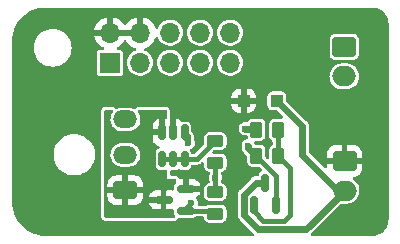
<source format=gtl>
G04 #@! TF.GenerationSoftware,KiCad,Pcbnew,(7.0.0)*
G04 #@! TF.CreationDate,2023-03-25T16:30:21+01:00*
G04 #@! TF.ProjectId,PowerPCB,506f7765-7250-4434-922e-6b696361645f,rev?*
G04 #@! TF.SameCoordinates,Original*
G04 #@! TF.FileFunction,Copper,L1,Top*
G04 #@! TF.FilePolarity,Positive*
%FSLAX46Y46*%
G04 Gerber Fmt 4.6, Leading zero omitted, Abs format (unit mm)*
G04 Created by KiCad (PCBNEW (7.0.0)) date 2023-03-25 16:30:21*
%MOMM*%
%LPD*%
G01*
G04 APERTURE LIST*
G04 Aperture macros list*
%AMRoundRect*
0 Rectangle with rounded corners*
0 $1 Rounding radius*
0 $2 $3 $4 $5 $6 $7 $8 $9 X,Y pos of 4 corners*
0 Add a 4 corners polygon primitive as box body*
4,1,4,$2,$3,$4,$5,$6,$7,$8,$9,$2,$3,0*
0 Add four circle primitives for the rounded corners*
1,1,$1+$1,$2,$3*
1,1,$1+$1,$4,$5*
1,1,$1+$1,$6,$7*
1,1,$1+$1,$8,$9*
0 Add four rect primitives between the rounded corners*
20,1,$1+$1,$2,$3,$4,$5,0*
20,1,$1+$1,$4,$5,$6,$7,0*
20,1,$1+$1,$6,$7,$8,$9,0*
20,1,$1+$1,$8,$9,$2,$3,0*%
G04 Aperture macros list end*
G04 #@! TA.AperFunction,SMDPad,CuDef*
%ADD10RoundRect,0.150000X0.587500X0.150000X-0.587500X0.150000X-0.587500X-0.150000X0.587500X-0.150000X0*%
G04 #@! TD*
G04 #@! TA.AperFunction,SMDPad,CuDef*
%ADD11RoundRect,0.250000X-0.300000X-0.300000X0.300000X-0.300000X0.300000X0.300000X-0.300000X0.300000X0*%
G04 #@! TD*
G04 #@! TA.AperFunction,SMDPad,CuDef*
%ADD12RoundRect,0.150000X0.150000X-0.512500X0.150000X0.512500X-0.150000X0.512500X-0.150000X-0.512500X0*%
G04 #@! TD*
G04 #@! TA.AperFunction,SMDPad,CuDef*
%ADD13RoundRect,0.250000X-0.262500X-0.450000X0.262500X-0.450000X0.262500X0.450000X-0.262500X0.450000X0*%
G04 #@! TD*
G04 #@! TA.AperFunction,ComponentPad*
%ADD14RoundRect,0.250000X-0.750000X0.600000X-0.750000X-0.600000X0.750000X-0.600000X0.750000X0.600000X0*%
G04 #@! TD*
G04 #@! TA.AperFunction,ComponentPad*
%ADD15O,2.000000X1.700000*%
G04 #@! TD*
G04 #@! TA.AperFunction,SMDPad,CuDef*
%ADD16RoundRect,0.150000X0.150000X-0.587500X0.150000X0.587500X-0.150000X0.587500X-0.150000X-0.587500X0*%
G04 #@! TD*
G04 #@! TA.AperFunction,SMDPad,CuDef*
%ADD17RoundRect,0.250000X0.450000X-0.262500X0.450000X0.262500X-0.450000X0.262500X-0.450000X-0.262500X0*%
G04 #@! TD*
G04 #@! TA.AperFunction,ComponentPad*
%ADD18RoundRect,0.250001X0.759999X-0.499999X0.759999X0.499999X-0.759999X0.499999X-0.759999X-0.499999X0*%
G04 #@! TD*
G04 #@! TA.AperFunction,ComponentPad*
%ADD19O,2.020000X1.500000*%
G04 #@! TD*
G04 #@! TA.AperFunction,SMDPad,CuDef*
%ADD20RoundRect,0.250000X-0.450000X0.262500X-0.450000X-0.262500X0.450000X-0.262500X0.450000X0.262500X0*%
G04 #@! TD*
G04 #@! TA.AperFunction,SMDPad,CuDef*
%ADD21RoundRect,0.250000X0.262500X0.450000X-0.262500X0.450000X-0.262500X-0.450000X0.262500X-0.450000X0*%
G04 #@! TD*
G04 #@! TA.AperFunction,ComponentPad*
%ADD22R,1.700000X1.700000*%
G04 #@! TD*
G04 #@! TA.AperFunction,ComponentPad*
%ADD23O,1.700000X1.700000*%
G04 #@! TD*
G04 #@! TA.AperFunction,ViaPad*
%ADD24C,0.600000*%
G04 #@! TD*
G04 #@! TA.AperFunction,Conductor*
%ADD25C,0.600000*%
G04 #@! TD*
G04 #@! TA.AperFunction,Conductor*
%ADD26C,0.400000*%
G04 #@! TD*
G04 APERTURE END LIST*
D10*
X114763000Y-61326000D03*
X114763000Y-59426000D03*
X112888000Y-60376000D03*
D11*
X119682000Y-51994000D03*
X122482000Y-51994000D03*
D12*
X112766000Y-56941500D03*
X113716000Y-56941500D03*
X114666000Y-56941500D03*
X114666000Y-54666500D03*
X113716000Y-54666500D03*
X112766000Y-54666500D03*
D13*
X120752750Y-54449250D03*
X122577750Y-54449250D03*
D14*
X128211000Y-57094000D03*
D15*
X128210999Y-59593999D03*
D16*
X120527250Y-60805500D03*
X122427250Y-60805500D03*
X121477250Y-58930500D03*
D17*
X117272000Y-61542500D03*
X117272000Y-59717500D03*
D18*
X109654000Y-59566000D03*
D19*
X109653999Y-56565999D03*
X109653999Y-53565999D03*
D20*
X117272000Y-55399500D03*
X117272000Y-57224500D03*
D21*
X122577750Y-56660000D03*
X120752750Y-56660000D03*
D14*
X128194000Y-47422000D03*
D15*
X128193999Y-49921999D03*
D22*
X108369999Y-48769999D03*
D23*
X108369999Y-46229999D03*
X110909999Y-48769999D03*
X110909999Y-46229999D03*
X113449999Y-48769999D03*
X113449999Y-46229999D03*
X115989999Y-48769999D03*
X115989999Y-46229999D03*
X118529999Y-48769999D03*
X118529999Y-46229999D03*
D24*
X120047250Y-55804000D03*
X117272000Y-58500000D03*
X114732000Y-58344000D03*
X113716000Y-52756000D03*
X119793250Y-54355250D03*
X114986000Y-55550000D03*
X115240000Y-60630000D03*
D25*
X120047250Y-55804000D02*
X120047250Y-55954500D01*
D26*
X122427250Y-58334500D02*
X122427250Y-60805500D01*
X117272000Y-58500000D02*
X117272000Y-57224500D01*
D25*
X120047250Y-55954500D02*
X120752750Y-56660000D01*
D26*
X117272000Y-58500000D02*
X117272000Y-59717500D01*
X122427250Y-58334500D02*
X120752750Y-56660000D01*
D25*
X120658750Y-54355250D02*
X120752750Y-54449250D01*
X119793250Y-54355250D02*
X120658750Y-54355250D01*
D26*
X115730000Y-56941500D02*
X117272000Y-55399500D01*
X112766000Y-56941500D02*
X113716000Y-56941500D01*
X113716000Y-56941500D02*
X114666000Y-56941500D01*
X114666000Y-56941500D02*
X115730000Y-56941500D01*
X114732000Y-54534000D02*
X114666000Y-54600000D01*
X114666000Y-54666500D02*
X114732000Y-54534000D01*
X114666000Y-54666500D02*
X114666000Y-55156817D01*
X114697000Y-61392000D02*
X114732000Y-61392000D01*
X114986000Y-55550000D02*
X114986000Y-54986500D01*
X114986000Y-54986500D02*
X114666000Y-54666500D01*
X114763000Y-61326000D02*
X117055500Y-61326000D01*
X114763000Y-61107000D02*
X115240000Y-60630000D01*
X117055500Y-61326000D02*
X117272000Y-61542500D01*
X114763000Y-61326000D02*
X114763000Y-61107000D01*
D25*
X119727250Y-61662239D02*
X120919011Y-62854000D01*
X122482000Y-51994000D02*
X124638000Y-54150000D01*
X124951000Y-62854000D02*
X128211000Y-59594000D01*
X127666000Y-59594000D02*
X128211000Y-59594000D01*
X124638000Y-56566000D02*
X127666000Y-59594000D01*
X119727250Y-59934000D02*
X119727250Y-61662239D01*
X121477250Y-58930500D02*
X120730750Y-58930500D01*
X120919011Y-62854000D02*
X124951000Y-62854000D01*
X124638000Y-54150000D02*
X124638000Y-56566000D01*
X120730750Y-58930500D02*
X119727250Y-59934000D01*
D26*
X123603250Y-57685500D02*
X123603250Y-61646000D01*
X123095250Y-62154000D02*
X121317250Y-62154000D01*
X122577750Y-56660000D02*
X123603250Y-57685500D01*
X121317250Y-62154000D02*
X120527250Y-61364000D01*
X123603250Y-61646000D02*
X123095250Y-62154000D01*
X122577750Y-54449250D02*
X122577750Y-56660000D01*
X120527250Y-61364000D02*
X120527250Y-60805500D01*
G04 #@! TA.AperFunction,Conductor*
G36*
X108568574Y-52774768D02*
G01*
X108614310Y-52825391D01*
X108626346Y-52892545D01*
X108601037Y-52955901D01*
X108540552Y-53034042D01*
X108537784Y-53039683D01*
X108537780Y-53039691D01*
X108453708Y-53211084D01*
X108453704Y-53211092D01*
X108450940Y-53216729D01*
X108449365Y-53222809D01*
X108449364Y-53222814D01*
X108425773Y-53313929D01*
X108399937Y-53413715D01*
X108399619Y-53419982D01*
X108399618Y-53419990D01*
X108389949Y-53610654D01*
X108389949Y-53610659D01*
X108389631Y-53616936D01*
X108390582Y-53623148D01*
X108390583Y-53623154D01*
X108419491Y-53811856D01*
X108419493Y-53811864D01*
X108420444Y-53818071D01*
X108422625Y-53823961D01*
X108422627Y-53823967D01*
X108488928Y-54002986D01*
X108488930Y-54002990D01*
X108491114Y-54008887D01*
X108494440Y-54014223D01*
X108494442Y-54014227D01*
X108561917Y-54122482D01*
X108598748Y-54181571D01*
X108738941Y-54329053D01*
X108905951Y-54445295D01*
X109092942Y-54525540D01*
X109292259Y-54566500D01*
X109961600Y-54566500D01*
X109964742Y-54566500D01*
X110116438Y-54551074D01*
X110310588Y-54490159D01*
X110472710Y-54400174D01*
X111966000Y-54400174D01*
X111969450Y-54413049D01*
X111982326Y-54416500D01*
X112499674Y-54416500D01*
X112512549Y-54413049D01*
X112516000Y-54400174D01*
X112516000Y-53523856D01*
X112512293Y-53510713D01*
X112505223Y-53509307D01*
X112363294Y-53550541D01*
X112349087Y-53556689D01*
X112221161Y-53632344D01*
X112208925Y-53641835D01*
X112103835Y-53746925D01*
X112094344Y-53759161D01*
X112018689Y-53887087D01*
X112012541Y-53901294D01*
X111970668Y-54045420D01*
X111968402Y-54057826D01*
X111966191Y-54085923D01*
X111966000Y-54090803D01*
X111966000Y-54400174D01*
X110472710Y-54400174D01*
X110488502Y-54391409D01*
X110642895Y-54258866D01*
X110767448Y-54097958D01*
X110857060Y-53915271D01*
X110908063Y-53718285D01*
X110918369Y-53515064D01*
X110887556Y-53313929D01*
X110816886Y-53123113D01*
X110709252Y-52950429D01*
X110709252Y-52950428D01*
X110710249Y-52949807D01*
X110687375Y-52892546D01*
X110699411Y-52825392D01*
X110745147Y-52774768D01*
X110810739Y-52756000D01*
X113052005Y-52756000D01*
X113109261Y-52770010D01*
X113153579Y-52808876D01*
X113174944Y-52863814D01*
X113179670Y-52899709D01*
X113182781Y-52907220D01*
X113182782Y-52907223D01*
X113198561Y-52945317D01*
X113208000Y-52992769D01*
X113208000Y-53396805D01*
X113194924Y-53452230D01*
X113158453Y-53495966D01*
X113106279Y-53518787D01*
X113049406Y-53515882D01*
X113026774Y-53509307D01*
X113019706Y-53510713D01*
X113016000Y-53523856D01*
X113016000Y-54792500D01*
X112999387Y-54854500D01*
X112954000Y-54899887D01*
X112892000Y-54916500D01*
X111982326Y-54916500D01*
X111969450Y-54919950D01*
X111966000Y-54932826D01*
X111966000Y-55242197D01*
X111966191Y-55247076D01*
X111968402Y-55275173D01*
X111970668Y-55287579D01*
X112012541Y-55431705D01*
X112018689Y-55445912D01*
X112094344Y-55573838D01*
X112103835Y-55586074D01*
X112208925Y-55691164D01*
X112221161Y-55700655D01*
X112349087Y-55776310D01*
X112363289Y-55782456D01*
X112470010Y-55813461D01*
X112523627Y-55845390D01*
X112554903Y-55899390D01*
X112555917Y-55961786D01*
X112526412Y-56016774D01*
X112489271Y-56040558D01*
X112490696Y-56043354D01*
X112386353Y-56096519D01*
X112386349Y-56096521D01*
X112377658Y-56100950D01*
X112370759Y-56107848D01*
X112370756Y-56107851D01*
X112294851Y-56183756D01*
X112294848Y-56183759D01*
X112287950Y-56190658D01*
X112283521Y-56199349D01*
X112283519Y-56199353D01*
X112234785Y-56294999D01*
X112230354Y-56303696D01*
X112228827Y-56313330D01*
X112228826Y-56313337D01*
X112216263Y-56392660D01*
X112216262Y-56392667D01*
X112215500Y-56397481D01*
X112215500Y-56402358D01*
X112215500Y-56402359D01*
X112215500Y-57480647D01*
X112215500Y-57480659D01*
X112215501Y-57485518D01*
X112216261Y-57490320D01*
X112216262Y-57490326D01*
X112225585Y-57549191D01*
X112230354Y-57579304D01*
X112234780Y-57587991D01*
X112234782Y-57587996D01*
X112283519Y-57683646D01*
X112287950Y-57692342D01*
X112377658Y-57782050D01*
X112490696Y-57839646D01*
X112584481Y-57854500D01*
X112947518Y-57854499D01*
X113041304Y-57839646D01*
X113047531Y-57836472D01*
X113103400Y-57832077D01*
X113156887Y-57854233D01*
X113194485Y-57898256D01*
X113208000Y-57954550D01*
X113208000Y-58598000D01*
X113846000Y-58598000D01*
X113908000Y-58614613D01*
X113953387Y-58660000D01*
X113970000Y-58722000D01*
X113970000Y-58863746D01*
X113960561Y-58911199D01*
X113933681Y-58951427D01*
X113854351Y-59030756D01*
X113854348Y-59030759D01*
X113847450Y-59037658D01*
X113843021Y-59046349D01*
X113843019Y-59046353D01*
X113794285Y-59141999D01*
X113789854Y-59150696D01*
X113788327Y-59160330D01*
X113788326Y-59160337D01*
X113775763Y-59239660D01*
X113775762Y-59239667D01*
X113775000Y-59244481D01*
X113775000Y-59249358D01*
X113775000Y-59249359D01*
X113775000Y-59470984D01*
X113761924Y-59526409D01*
X113725452Y-59570145D01*
X113673279Y-59592966D01*
X113616406Y-59590061D01*
X113584073Y-59580667D01*
X113571673Y-59578402D01*
X113543576Y-59576191D01*
X113538697Y-59576000D01*
X113154326Y-59576000D01*
X113141450Y-59579450D01*
X113138000Y-59592326D01*
X113138000Y-61159674D01*
X113141450Y-61172549D01*
X113154326Y-61176000D01*
X113538697Y-61176000D01*
X113543576Y-61175808D01*
X113571673Y-61173597D01*
X113584072Y-61171332D01*
X113616403Y-61161939D01*
X113673276Y-61159032D01*
X113725451Y-61181853D01*
X113761923Y-61225589D01*
X113775000Y-61281014D01*
X113775000Y-61502647D01*
X113775000Y-61502659D01*
X113775001Y-61507518D01*
X113789854Y-61601304D01*
X113794280Y-61609991D01*
X113794282Y-61609996D01*
X113847450Y-61714342D01*
X113845657Y-61715255D01*
X113864479Y-61766265D01*
X113851349Y-61832291D01*
X113805654Y-61881726D01*
X113740862Y-61900000D01*
X107998000Y-61900000D01*
X107936000Y-61883387D01*
X107890613Y-61838000D01*
X107874000Y-61776000D01*
X107874000Y-60112831D01*
X108144000Y-60112831D01*
X108144319Y-60119108D01*
X108153805Y-60211957D01*
X108156624Y-60225124D01*
X108207370Y-60378266D01*
X108213432Y-60391265D01*
X108297890Y-60528193D01*
X108306794Y-60539454D01*
X108420545Y-60653205D01*
X108431806Y-60662109D01*
X108568734Y-60746567D01*
X108581733Y-60752629D01*
X108734875Y-60803375D01*
X108748042Y-60806194D01*
X108840891Y-60815680D01*
X108847169Y-60816000D01*
X109387674Y-60816000D01*
X109400549Y-60812549D01*
X109404000Y-60799674D01*
X109904000Y-60799674D01*
X109907450Y-60812549D01*
X109920326Y-60816000D01*
X110460831Y-60816000D01*
X110467108Y-60815680D01*
X110559957Y-60806194D01*
X110573124Y-60803375D01*
X110726266Y-60752629D01*
X110739265Y-60746567D01*
X110876193Y-60662109D01*
X110887454Y-60653205D01*
X110903883Y-60636776D01*
X111655807Y-60636776D01*
X111697041Y-60778705D01*
X111703189Y-60792912D01*
X111778844Y-60920838D01*
X111788335Y-60933074D01*
X111893425Y-61038164D01*
X111905661Y-61047655D01*
X112033587Y-61123310D01*
X112047794Y-61129458D01*
X112191920Y-61171331D01*
X112204326Y-61173597D01*
X112232423Y-61175808D01*
X112237303Y-61176000D01*
X112621674Y-61176000D01*
X112634549Y-61172549D01*
X112638000Y-61159674D01*
X112638000Y-60642326D01*
X112634549Y-60629450D01*
X112621674Y-60626000D01*
X111670356Y-60626000D01*
X111657213Y-60629706D01*
X111655807Y-60636776D01*
X110903883Y-60636776D01*
X111001205Y-60539454D01*
X111010109Y-60528193D01*
X111094567Y-60391265D01*
X111100629Y-60378266D01*
X111151375Y-60225124D01*
X111154194Y-60211957D01*
X111163680Y-60119108D01*
X111163878Y-60115223D01*
X111655807Y-60115223D01*
X111657213Y-60122293D01*
X111670356Y-60126000D01*
X112621674Y-60126000D01*
X112634549Y-60122549D01*
X112638000Y-60109674D01*
X112638000Y-59592326D01*
X112634549Y-59579450D01*
X112621674Y-59576000D01*
X112237303Y-59576000D01*
X112232423Y-59576191D01*
X112204326Y-59578402D01*
X112191920Y-59580668D01*
X112047794Y-59622541D01*
X112033587Y-59628689D01*
X111905661Y-59704344D01*
X111893425Y-59713835D01*
X111788335Y-59818925D01*
X111778844Y-59831161D01*
X111703189Y-59959087D01*
X111697041Y-59973294D01*
X111655807Y-60115223D01*
X111163878Y-60115223D01*
X111164000Y-60112831D01*
X111164000Y-59832326D01*
X111160549Y-59819450D01*
X111147674Y-59816000D01*
X109920326Y-59816000D01*
X109907450Y-59819450D01*
X109904000Y-59832326D01*
X109904000Y-60799674D01*
X109404000Y-60799674D01*
X109404000Y-59832326D01*
X109400549Y-59819450D01*
X109387674Y-59816000D01*
X108160326Y-59816000D01*
X108147450Y-59819450D01*
X108144000Y-59832326D01*
X108144000Y-60112831D01*
X107874000Y-60112831D01*
X107874000Y-59299674D01*
X108144000Y-59299674D01*
X108147450Y-59312549D01*
X108160326Y-59316000D01*
X109387674Y-59316000D01*
X109400549Y-59312549D01*
X109404000Y-59299674D01*
X109904000Y-59299674D01*
X109907450Y-59312549D01*
X109920326Y-59316000D01*
X111147674Y-59316000D01*
X111160549Y-59312549D01*
X111164000Y-59299674D01*
X111164000Y-59019169D01*
X111163680Y-59012891D01*
X111154194Y-58920042D01*
X111151375Y-58906875D01*
X111100629Y-58753733D01*
X111094567Y-58740734D01*
X111010109Y-58603806D01*
X111001205Y-58592545D01*
X110887454Y-58478794D01*
X110876193Y-58469890D01*
X110739265Y-58385432D01*
X110726266Y-58379370D01*
X110573124Y-58328624D01*
X110559957Y-58325805D01*
X110467108Y-58316319D01*
X110460831Y-58316000D01*
X109920326Y-58316000D01*
X109907450Y-58319450D01*
X109904000Y-58332326D01*
X109904000Y-59299674D01*
X109404000Y-59299674D01*
X109404000Y-58332326D01*
X109400549Y-58319450D01*
X109387674Y-58316000D01*
X108847169Y-58316000D01*
X108840891Y-58316319D01*
X108748042Y-58325805D01*
X108734875Y-58328624D01*
X108581733Y-58379370D01*
X108568734Y-58385432D01*
X108431806Y-58469890D01*
X108420545Y-58478794D01*
X108306794Y-58592545D01*
X108297890Y-58603806D01*
X108213432Y-58740734D01*
X108207370Y-58753733D01*
X108156624Y-58906875D01*
X108153805Y-58920042D01*
X108144319Y-59012891D01*
X108144000Y-59019169D01*
X108144000Y-59299674D01*
X107874000Y-59299674D01*
X107874000Y-56616936D01*
X108389631Y-56616936D01*
X108390582Y-56623148D01*
X108390583Y-56623154D01*
X108419491Y-56811856D01*
X108419493Y-56811864D01*
X108420444Y-56818071D01*
X108422625Y-56823961D01*
X108422627Y-56823967D01*
X108488928Y-57002986D01*
X108488930Y-57002990D01*
X108491114Y-57008887D01*
X108494440Y-57014223D01*
X108494442Y-57014227D01*
X108552856Y-57107945D01*
X108598748Y-57181571D01*
X108738941Y-57329053D01*
X108905951Y-57445295D01*
X109092942Y-57525540D01*
X109292259Y-57566500D01*
X109961600Y-57566500D01*
X109964742Y-57566500D01*
X110116438Y-57551074D01*
X110310588Y-57490159D01*
X110488502Y-57391409D01*
X110642895Y-57258866D01*
X110767448Y-57097958D01*
X110857060Y-56915271D01*
X110908063Y-56718285D01*
X110918369Y-56515064D01*
X110887556Y-56313929D01*
X110816886Y-56123113D01*
X110709252Y-55950429D01*
X110609404Y-55845390D01*
X110573390Y-55807503D01*
X110573389Y-55807502D01*
X110569059Y-55802947D01*
X110422092Y-55700655D01*
X110407207Y-55690295D01*
X110407206Y-55690294D01*
X110402049Y-55686705D01*
X110396275Y-55684227D01*
X110220836Y-55608939D01*
X110220831Y-55608937D01*
X110215058Y-55606460D01*
X110177590Y-55598760D01*
X110021899Y-55566765D01*
X110021894Y-55566764D01*
X110015741Y-55565500D01*
X109343258Y-55565500D01*
X109340147Y-55565816D01*
X109340134Y-55565817D01*
X109197814Y-55580290D01*
X109197811Y-55580290D01*
X109191562Y-55580926D01*
X109185564Y-55582807D01*
X109185563Y-55582808D01*
X109003415Y-55639957D01*
X109003410Y-55639959D01*
X108997412Y-55641841D01*
X108991916Y-55644891D01*
X108991910Y-55644894D01*
X108824997Y-55737538D01*
X108824991Y-55737542D01*
X108819498Y-55740591D01*
X108814733Y-55744680D01*
X108814728Y-55744685D01*
X108669873Y-55869040D01*
X108669868Y-55869044D01*
X108665105Y-55873134D01*
X108661262Y-55878098D01*
X108661255Y-55878106D01*
X108544842Y-56028500D01*
X108540552Y-56034042D01*
X108537784Y-56039683D01*
X108537780Y-56039691D01*
X108453708Y-56211084D01*
X108453704Y-56211092D01*
X108450940Y-56216729D01*
X108449365Y-56222809D01*
X108449364Y-56222814D01*
X108425773Y-56313929D01*
X108399937Y-56413715D01*
X108399619Y-56419982D01*
X108399618Y-56419990D01*
X108389949Y-56610654D01*
X108389949Y-56610659D01*
X108389631Y-56616936D01*
X107874000Y-56616936D01*
X107874000Y-52880000D01*
X107890613Y-52818000D01*
X107936000Y-52772613D01*
X107998000Y-52756000D01*
X108502982Y-52756000D01*
X108568574Y-52774768D01*
G37*
G04 #@! TD.AperFunction*
G04 #@! TA.AperFunction,Conductor*
G36*
X130967222Y-44129439D02*
G01*
X131149044Y-44204752D01*
X131166381Y-44213586D01*
X131343672Y-44322230D01*
X131359414Y-44333667D01*
X131517530Y-44468711D01*
X131531288Y-44482469D01*
X131666332Y-44640585D01*
X131677769Y-44656327D01*
X131786413Y-44833618D01*
X131795247Y-44850955D01*
X131874821Y-45043063D01*
X131880834Y-45061569D01*
X131929375Y-45263757D01*
X131932419Y-45282975D01*
X131949118Y-45495146D01*
X131949500Y-45504875D01*
X131949500Y-61995125D01*
X131949118Y-62004854D01*
X131932419Y-62217024D01*
X131929375Y-62236242D01*
X131880834Y-62438430D01*
X131874821Y-62456936D01*
X131795247Y-62649044D01*
X131786413Y-62666381D01*
X131677769Y-62843672D01*
X131666332Y-62859414D01*
X131531288Y-63017530D01*
X131517530Y-63031288D01*
X131359414Y-63166332D01*
X131343672Y-63177769D01*
X131166381Y-63286413D01*
X131149044Y-63295247D01*
X130956936Y-63374821D01*
X130938431Y-63380834D01*
X130871945Y-63396796D01*
X130772902Y-63420574D01*
X130743956Y-63424000D01*
X125461791Y-63424000D01*
X125397365Y-63405949D01*
X125351696Y-63357053D01*
X125338080Y-63291546D01*
X125360481Y-63228500D01*
X125363892Y-63223665D01*
X125367453Y-63218620D01*
X125381074Y-63202449D01*
X127854060Y-60729463D01*
X127899792Y-60700456D01*
X127952485Y-60693839D01*
X127955915Y-60694500D01*
X128410471Y-60694500D01*
X128413425Y-60694500D01*
X128570218Y-60679528D01*
X128771875Y-60620316D01*
X128958682Y-60524011D01*
X129123886Y-60394092D01*
X129261519Y-60235256D01*
X129366604Y-60053244D01*
X129435344Y-59854633D01*
X129465254Y-59646602D01*
X129455254Y-59436670D01*
X129405704Y-59232424D01*
X129318396Y-59041247D01*
X129196486Y-58870048D01*
X129158743Y-58834060D01*
X129048651Y-58729088D01*
X129048649Y-58729086D01*
X129044378Y-58725014D01*
X129002123Y-58697858D01*
X128960713Y-58671245D01*
X128919284Y-58627017D01*
X128903762Y-58568437D01*
X128917855Y-58509497D01*
X128958197Y-58464275D01*
X129015152Y-58443572D01*
X129106960Y-58434194D01*
X129120122Y-58431376D01*
X129273267Y-58380629D01*
X129286266Y-58374567D01*
X129423194Y-58290109D01*
X129434455Y-58281205D01*
X129548205Y-58167455D01*
X129557109Y-58156194D01*
X129641567Y-58019266D01*
X129647629Y-58006267D01*
X129698375Y-57853125D01*
X129701194Y-57839958D01*
X129710680Y-57747109D01*
X129711000Y-57740832D01*
X129711000Y-57360326D01*
X129707549Y-57347450D01*
X129694674Y-57344000D01*
X126727327Y-57344000D01*
X126714451Y-57347450D01*
X126711001Y-57360326D01*
X126711001Y-57561114D01*
X126697486Y-57617409D01*
X126659886Y-57661432D01*
X126606399Y-57683587D01*
X126548683Y-57679045D01*
X126499320Y-57648795D01*
X125678199Y-56827674D01*
X126711000Y-56827674D01*
X126714450Y-56840549D01*
X126727326Y-56844000D01*
X127944674Y-56844000D01*
X127957549Y-56840549D01*
X127961000Y-56827674D01*
X128461000Y-56827674D01*
X128464450Y-56840549D01*
X128477326Y-56844000D01*
X129694673Y-56844000D01*
X129707548Y-56840549D01*
X129710999Y-56827674D01*
X129710999Y-56447171D01*
X129710678Y-56440888D01*
X129701194Y-56348040D01*
X129698376Y-56334877D01*
X129647629Y-56181732D01*
X129641567Y-56168733D01*
X129557109Y-56031805D01*
X129548205Y-56020544D01*
X129434455Y-55906794D01*
X129423194Y-55897890D01*
X129286266Y-55813432D01*
X129273267Y-55807370D01*
X129120125Y-55756624D01*
X129106958Y-55753805D01*
X129014109Y-55744319D01*
X129007832Y-55744000D01*
X128477326Y-55744000D01*
X128464450Y-55747450D01*
X128461000Y-55760326D01*
X128461000Y-56827674D01*
X127961000Y-56827674D01*
X127961000Y-55760327D01*
X127957549Y-55747451D01*
X127944674Y-55744001D01*
X127414171Y-55744001D01*
X127407888Y-55744321D01*
X127315040Y-55753805D01*
X127301877Y-55756623D01*
X127148732Y-55807370D01*
X127135733Y-55813432D01*
X126998805Y-55897890D01*
X126987544Y-55906794D01*
X126873794Y-56020544D01*
X126864890Y-56031805D01*
X126780432Y-56168733D01*
X126774370Y-56181732D01*
X126723624Y-56334874D01*
X126720805Y-56348041D01*
X126711319Y-56440890D01*
X126711000Y-56447168D01*
X126711000Y-56827674D01*
X125678199Y-56827674D01*
X125224819Y-56374294D01*
X125197939Y-56334066D01*
X125188500Y-56286613D01*
X125188500Y-54161522D01*
X125188572Y-54157289D01*
X125188662Y-54154653D01*
X125190762Y-54093174D01*
X125181032Y-54053252D01*
X125178667Y-54040809D01*
X125173070Y-54000080D01*
X125169689Y-53992296D01*
X125165920Y-53983619D01*
X125159178Y-53963570D01*
X125157744Y-53957686D01*
X125154933Y-53946148D01*
X125150773Y-53938749D01*
X125134796Y-53910333D01*
X125129148Y-53898963D01*
X125126022Y-53891767D01*
X125112780Y-53861280D01*
X125101452Y-53847356D01*
X125089558Y-53829881D01*
X125080765Y-53814241D01*
X125051717Y-53785193D01*
X125043209Y-53775766D01*
X125035936Y-53766826D01*
X125017278Y-53743892D01*
X125010348Y-53739000D01*
X125002612Y-53733539D01*
X124986441Y-53719917D01*
X123318818Y-52052293D01*
X123291938Y-52012065D01*
X123282499Y-51964612D01*
X123282499Y-51649439D01*
X123282499Y-51646128D01*
X123276091Y-51586517D01*
X123225796Y-51451669D01*
X123139546Y-51336454D01*
X123024331Y-51250204D01*
X122889483Y-51199909D01*
X122881770Y-51199079D01*
X122881767Y-51199079D01*
X122833180Y-51193855D01*
X122833169Y-51193854D01*
X122829873Y-51193500D01*
X122826550Y-51193500D01*
X122137439Y-51193500D01*
X122137420Y-51193500D01*
X122134128Y-51193501D01*
X122130850Y-51193853D01*
X122130838Y-51193854D01*
X122082231Y-51199079D01*
X122082225Y-51199080D01*
X122074517Y-51199909D01*
X122067252Y-51202618D01*
X122067246Y-51202620D01*
X121947980Y-51247104D01*
X121947978Y-51247104D01*
X121939669Y-51250204D01*
X121932572Y-51255516D01*
X121932568Y-51255519D01*
X121831550Y-51331141D01*
X121831546Y-51331144D01*
X121824454Y-51336454D01*
X121819144Y-51343546D01*
X121819141Y-51343550D01*
X121743519Y-51444568D01*
X121743516Y-51444572D01*
X121738204Y-51451669D01*
X121735104Y-51459978D01*
X121735104Y-51459980D01*
X121690620Y-51579247D01*
X121690619Y-51579250D01*
X121687909Y-51586517D01*
X121687079Y-51594227D01*
X121687079Y-51594232D01*
X121681855Y-51642819D01*
X121681854Y-51642831D01*
X121681500Y-51646127D01*
X121681500Y-51649448D01*
X121681500Y-51649449D01*
X121681500Y-52338560D01*
X121681500Y-52338578D01*
X121681501Y-52341872D01*
X121681853Y-52345150D01*
X121681854Y-52345161D01*
X121687079Y-52393768D01*
X121687080Y-52393773D01*
X121687909Y-52401483D01*
X121690619Y-52408749D01*
X121690620Y-52408753D01*
X121707169Y-52453122D01*
X121738204Y-52536331D01*
X121743518Y-52543430D01*
X121743519Y-52543431D01*
X121790702Y-52606460D01*
X121824454Y-52651546D01*
X121939669Y-52737796D01*
X122074517Y-52788091D01*
X122134127Y-52794500D01*
X122452612Y-52794499D01*
X122500065Y-52803938D01*
X122540293Y-52830818D01*
X122998242Y-53288767D01*
X123029286Y-53340664D01*
X123032091Y-53401072D01*
X123005993Y-53455624D01*
X122957196Y-53491344D01*
X122897309Y-53499737D01*
X122894017Y-53499383D01*
X122891419Y-53499104D01*
X122891412Y-53499103D01*
X122888123Y-53498750D01*
X122884800Y-53498750D01*
X122270689Y-53498750D01*
X122270670Y-53498750D01*
X122267378Y-53498751D01*
X122264100Y-53499103D01*
X122264088Y-53499104D01*
X122215481Y-53504329D01*
X122215475Y-53504330D01*
X122207767Y-53505159D01*
X122200502Y-53507868D01*
X122200496Y-53507870D01*
X122081230Y-53552354D01*
X122081228Y-53552354D01*
X122072919Y-53555454D01*
X122065822Y-53560766D01*
X122065818Y-53560769D01*
X121964800Y-53636391D01*
X121964796Y-53636394D01*
X121957704Y-53641704D01*
X121952394Y-53648796D01*
X121952391Y-53648800D01*
X121876769Y-53749818D01*
X121876766Y-53749822D01*
X121871454Y-53756919D01*
X121868354Y-53765228D01*
X121868354Y-53765230D01*
X121823870Y-53884497D01*
X121823869Y-53884500D01*
X121821159Y-53891767D01*
X121820329Y-53899477D01*
X121820329Y-53899482D01*
X121815105Y-53948069D01*
X121815104Y-53948081D01*
X121814750Y-53951377D01*
X121814750Y-53954698D01*
X121814750Y-53954699D01*
X121814750Y-54943810D01*
X121814750Y-54943828D01*
X121814751Y-54947122D01*
X121815103Y-54950400D01*
X121815104Y-54950411D01*
X121820329Y-54999018D01*
X121820330Y-54999023D01*
X121821159Y-55006733D01*
X121823869Y-55013999D01*
X121823870Y-55014003D01*
X121832534Y-55037231D01*
X121871454Y-55141581D01*
X121876768Y-55148680D01*
X121876769Y-55148681D01*
X121948825Y-55244936D01*
X121957704Y-55256796D01*
X122065665Y-55337616D01*
X122072919Y-55343046D01*
X122071679Y-55344701D01*
X122109893Y-55381577D01*
X122127250Y-55444848D01*
X122127250Y-55664402D01*
X122109893Y-55727673D01*
X122071679Y-55764548D01*
X122072919Y-55766204D01*
X121964800Y-55847141D01*
X121964796Y-55847144D01*
X121957704Y-55852454D01*
X121952394Y-55859546D01*
X121952391Y-55859550D01*
X121876769Y-55960568D01*
X121876766Y-55960572D01*
X121871454Y-55967669D01*
X121868354Y-55975978D01*
X121868354Y-55975980D01*
X121823870Y-56095247D01*
X121823869Y-56095250D01*
X121821159Y-56102517D01*
X121820329Y-56110227D01*
X121820329Y-56110232D01*
X121815105Y-56158819D01*
X121815104Y-56158831D01*
X121814750Y-56162127D01*
X121814750Y-56165449D01*
X121814750Y-56785535D01*
X121801235Y-56841830D01*
X121763635Y-56885853D01*
X121710148Y-56908008D01*
X121652432Y-56903466D01*
X121603069Y-56873216D01*
X121552068Y-56822215D01*
X121525188Y-56781987D01*
X121515749Y-56734534D01*
X121515749Y-56165439D01*
X121515749Y-56162128D01*
X121509341Y-56102517D01*
X121459046Y-55967669D01*
X121372796Y-55852454D01*
X121363366Y-55845395D01*
X121264681Y-55771519D01*
X121264680Y-55771518D01*
X121257581Y-55766204D01*
X121154274Y-55727673D01*
X121130002Y-55718620D01*
X121130000Y-55718619D01*
X121122733Y-55715909D01*
X121115020Y-55715079D01*
X121115017Y-55715079D01*
X121066430Y-55709855D01*
X121066419Y-55709854D01*
X121063123Y-55709500D01*
X121059801Y-55709500D01*
X120687723Y-55709500D01*
X120640924Y-55700329D01*
X120601046Y-55674174D01*
X120573991Y-55634906D01*
X120554438Y-55589891D01*
X120553648Y-55588029D01*
X120546678Y-55571202D01*
X120537836Y-55511595D01*
X120558137Y-55454858D01*
X120602786Y-55414391D01*
X120661236Y-55399749D01*
X121063122Y-55399749D01*
X121122733Y-55393341D01*
X121257581Y-55343046D01*
X121372796Y-55256796D01*
X121459046Y-55141581D01*
X121509341Y-55006733D01*
X121515750Y-54947123D01*
X121515749Y-53951378D01*
X121509341Y-53891767D01*
X121459046Y-53756919D01*
X121372796Y-53641704D01*
X121257581Y-53555454D01*
X121137624Y-53510713D01*
X121130002Y-53507870D01*
X121130000Y-53507869D01*
X121122733Y-53505159D01*
X121115020Y-53504329D01*
X121115017Y-53504329D01*
X121066430Y-53499105D01*
X121066419Y-53499104D01*
X121063123Y-53498750D01*
X121059800Y-53498750D01*
X120445689Y-53498750D01*
X120445670Y-53498750D01*
X120442378Y-53498751D01*
X120439100Y-53499103D01*
X120439088Y-53499104D01*
X120390481Y-53504329D01*
X120390475Y-53504330D01*
X120382767Y-53505159D01*
X120375502Y-53507868D01*
X120375496Y-53507870D01*
X120256230Y-53552354D01*
X120256228Y-53552354D01*
X120247919Y-53555454D01*
X120240822Y-53560766D01*
X120240818Y-53560769D01*
X120139800Y-53636391D01*
X120139796Y-53636394D01*
X120132704Y-53641704D01*
X120127394Y-53648796D01*
X120127391Y-53648800D01*
X120068535Y-53727423D01*
X120049014Y-53753500D01*
X120047845Y-53755061D01*
X120004082Y-53791634D01*
X119948578Y-53804750D01*
X119837456Y-53804750D01*
X119821270Y-53803689D01*
X119801309Y-53801061D01*
X119793250Y-53800000D01*
X119785191Y-53801061D01*
X119785188Y-53801061D01*
X119758145Y-53804621D01*
X119756856Y-53804750D01*
X119755592Y-53804750D01*
X119752205Y-53805215D01*
X119752200Y-53805216D01*
X119720062Y-53809633D01*
X119719365Y-53809727D01*
X119654379Y-53818282D01*
X119654372Y-53818283D01*
X119649541Y-53818920D01*
X119648072Y-53819528D01*
X119643330Y-53820180D01*
X119635555Y-53823556D01*
X119635548Y-53823559D01*
X119579170Y-53848048D01*
X119577222Y-53848875D01*
X119523123Y-53871283D01*
X119523121Y-53871283D01*
X119515625Y-53874389D01*
X119511835Y-53877296D01*
X119504530Y-53880470D01*
X119497960Y-53885814D01*
X119497950Y-53885821D01*
X119453280Y-53922162D01*
X119450517Y-53924346D01*
X119407069Y-53957686D01*
X119407063Y-53957691D01*
X119400629Y-53962629D01*
X119396845Y-53967558D01*
X119395142Y-53969096D01*
X119393715Y-53970623D01*
X119387142Y-53975972D01*
X119382255Y-53982893D01*
X119382253Y-53982897D01*
X119351244Y-54026826D01*
X119348318Y-54030800D01*
X119317333Y-54071180D01*
X119317328Y-54071187D01*
X119312389Y-54077625D01*
X119309281Y-54085125D01*
X119308465Y-54086540D01*
X119305714Y-54090840D01*
X119304763Y-54092673D01*
X119299873Y-54099603D01*
X119297033Y-54107592D01*
X119297030Y-54107599D01*
X119280306Y-54154653D01*
X119278030Y-54160572D01*
X119277637Y-54161522D01*
X119256920Y-54211541D01*
X119255859Y-54219593D01*
X119253756Y-54227444D01*
X119253457Y-54227363D01*
X119252035Y-54234202D01*
X119249196Y-54242194D01*
X119248617Y-54250653D01*
X119248617Y-54250655D01*
X119245471Y-54296639D01*
X119244699Y-54304358D01*
X119239060Y-54347190D01*
X119239060Y-54347198D01*
X119238000Y-54355250D01*
X119239060Y-54363304D01*
X119239060Y-54371434D01*
X119239011Y-54371433D01*
X119239408Y-54384145D01*
X119239447Y-54384715D01*
X119238869Y-54393171D01*
X119240593Y-54401472D01*
X119240594Y-54401473D01*
X119249188Y-54442831D01*
X119250720Y-54451871D01*
X119255859Y-54490907D01*
X119255860Y-54490913D01*
X119256920Y-54498959D01*
X119260025Y-54506455D01*
X119260028Y-54506467D01*
X119260343Y-54507226D01*
X119267184Y-54529435D01*
X119267930Y-54533026D01*
X119267932Y-54533033D01*
X119269658Y-54541335D01*
X119273561Y-54548867D01*
X119291216Y-54582939D01*
X119295681Y-54592537D01*
X119307775Y-54621737D01*
X119312389Y-54632875D01*
X119317333Y-54639319D01*
X119317336Y-54639323D01*
X119320188Y-54643039D01*
X119331910Y-54661476D01*
X119335377Y-54668168D01*
X119335379Y-54668171D01*
X119339279Y-54675697D01*
X119345065Y-54681892D01*
X119345067Y-54681895D01*
X119368635Y-54707130D01*
X119376386Y-54716278D01*
X119393231Y-54738231D01*
X119400629Y-54747871D01*
X119407072Y-54752815D01*
X119407073Y-54752816D01*
X119413863Y-54758026D01*
X119428993Y-54771758D01*
X119436779Y-54780094D01*
X119442570Y-54786294D01*
X119476035Y-54806644D01*
X119487079Y-54814206D01*
X119515625Y-54836111D01*
X119534608Y-54843974D01*
X119551576Y-54852582D01*
X119571868Y-54864922D01*
X119605878Y-54874451D01*
X119619874Y-54879291D01*
X119649541Y-54891580D01*
X119657594Y-54892640D01*
X119673737Y-54894765D01*
X119691012Y-54898304D01*
X119717585Y-54905750D01*
X119749044Y-54905750D01*
X119765229Y-54906810D01*
X119793250Y-54910500D01*
X119821270Y-54906810D01*
X119837456Y-54905750D01*
X119875176Y-54905750D01*
X119928692Y-54917893D01*
X119971727Y-54951943D01*
X119995487Y-55000487D01*
X119996159Y-55006733D01*
X119998868Y-55013998D01*
X119998869Y-55013999D01*
X120030159Y-55097892D01*
X120037450Y-55152644D01*
X120020241Y-55205130D01*
X119981948Y-55244936D01*
X119930167Y-55264164D01*
X119911595Y-55266609D01*
X119911591Y-55266610D01*
X119903541Y-55267670D01*
X119896036Y-55270777D01*
X119896029Y-55270780D01*
X119895264Y-55271097D01*
X119873063Y-55277935D01*
X119861165Y-55280408D01*
X119853639Y-55284307D01*
X119853635Y-55284309D01*
X119819548Y-55301972D01*
X119809957Y-55306433D01*
X119769625Y-55323139D01*
X119763182Y-55328081D01*
X119763174Y-55328087D01*
X119759453Y-55330943D01*
X119741030Y-55342656D01*
X119734332Y-55346127D01*
X119734329Y-55346128D01*
X119726803Y-55350029D01*
X119720610Y-55355811D01*
X119720605Y-55355816D01*
X119695363Y-55379390D01*
X119686221Y-55387136D01*
X119661071Y-55406435D01*
X119661068Y-55406437D01*
X119654629Y-55411379D01*
X119649686Y-55417819D01*
X119649681Y-55417825D01*
X119644467Y-55424620D01*
X119630742Y-55439742D01*
X119622401Y-55447532D01*
X119622395Y-55447539D01*
X119616206Y-55453320D01*
X119611805Y-55460555D01*
X119611799Y-55460564D01*
X119595855Y-55486783D01*
X119588287Y-55497836D01*
X119571337Y-55519925D01*
X119571333Y-55519931D01*
X119566389Y-55526375D01*
X119563279Y-55533880D01*
X119563275Y-55533889D01*
X119558522Y-55545364D01*
X119549914Y-55562329D01*
X119537578Y-55582618D01*
X119535290Y-55590782D01*
X119535287Y-55590790D01*
X119528047Y-55616628D01*
X119523211Y-55630614D01*
X119514030Y-55652782D01*
X119510920Y-55660291D01*
X119509859Y-55668344D01*
X119509859Y-55668347D01*
X119507734Y-55684489D01*
X119504197Y-55701752D01*
X119499038Y-55720164D01*
X119499036Y-55720173D01*
X119496750Y-55728335D01*
X119496750Y-55736815D01*
X119496750Y-55759794D01*
X119495689Y-55775979D01*
X119492000Y-55804000D01*
X119493061Y-55812059D01*
X119495689Y-55832020D01*
X119496750Y-55848206D01*
X119496750Y-55942978D01*
X119496678Y-55947211D01*
X119494777Y-56002847D01*
X119494777Y-56002851D01*
X119494488Y-56011326D01*
X119504215Y-56051244D01*
X119506584Y-56063708D01*
X119511024Y-56096014D01*
X119511025Y-56096018D01*
X119512180Y-56104420D01*
X119515559Y-56112199D01*
X119519330Y-56120880D01*
X119526068Y-56140916D01*
X119530317Y-56158352D01*
X119534471Y-56165741D01*
X119534472Y-56165742D01*
X119550457Y-56194172D01*
X119556099Y-56205533D01*
X119572470Y-56243220D01*
X119577820Y-56249796D01*
X119577822Y-56249799D01*
X119583790Y-56257134D01*
X119595688Y-56274616D01*
X119604484Y-56290259D01*
X119610483Y-56296257D01*
X119610483Y-56296258D01*
X119633536Y-56319311D01*
X119642043Y-56328737D01*
X119662615Y-56354024D01*
X119662617Y-56354026D01*
X119667972Y-56360608D01*
X119674904Y-56365501D01*
X119674906Y-56365503D01*
X119682629Y-56370954D01*
X119698802Y-56384577D01*
X119953431Y-56639206D01*
X119980311Y-56679434D01*
X119989750Y-56726887D01*
X119989750Y-57154560D01*
X119989750Y-57154578D01*
X119989751Y-57157872D01*
X119990103Y-57161150D01*
X119990104Y-57161161D01*
X119995329Y-57209768D01*
X119995330Y-57209773D01*
X119996159Y-57217483D01*
X119998869Y-57224749D01*
X119998870Y-57224753D01*
X120013670Y-57264433D01*
X120046454Y-57352331D01*
X120051768Y-57359430D01*
X120051769Y-57359431D01*
X120096141Y-57418705D01*
X120132704Y-57467546D01*
X120247919Y-57553796D01*
X120382767Y-57604091D01*
X120442377Y-57610500D01*
X121014783Y-57610499D01*
X121062235Y-57619938D01*
X121102461Y-57646815D01*
X121221080Y-57765433D01*
X121251328Y-57814793D01*
X121255870Y-57872509D01*
X121233716Y-57925997D01*
X121189693Y-57963596D01*
X121097605Y-58010517D01*
X121097597Y-58010522D01*
X121088908Y-58014950D01*
X121082009Y-58021848D01*
X121082006Y-58021851D01*
X121006101Y-58097756D01*
X121006098Y-58097759D01*
X120999200Y-58104658D01*
X120994771Y-58113349D01*
X120994769Y-58113353D01*
X120950512Y-58200213D01*
X120941604Y-58217696D01*
X120940077Y-58227330D01*
X120940076Y-58227337D01*
X120932465Y-58275398D01*
X120910310Y-58328885D01*
X120866287Y-58366485D01*
X120809992Y-58380000D01*
X120742272Y-58380000D01*
X120738039Y-58379928D01*
X120682398Y-58378027D01*
X120682394Y-58378027D01*
X120673924Y-58377738D01*
X120665690Y-58379744D01*
X120665684Y-58379745D01*
X120634006Y-58387465D01*
X120621535Y-58389835D01*
X120589229Y-58394275D01*
X120589225Y-58394276D01*
X120580830Y-58395430D01*
X120573058Y-58398805D01*
X120573050Y-58398808D01*
X120564359Y-58402583D01*
X120544331Y-58409317D01*
X120535145Y-58411556D01*
X120535137Y-58411559D01*
X120526898Y-58413567D01*
X120519507Y-58417722D01*
X120519503Y-58417724D01*
X120491083Y-58433703D01*
X120479719Y-58439347D01*
X120449811Y-58452339D01*
X120449805Y-58452342D01*
X120442030Y-58455720D01*
X120435454Y-58461069D01*
X120435452Y-58461071D01*
X120428108Y-58467046D01*
X120410633Y-58478939D01*
X120402385Y-58483576D01*
X120402377Y-58483581D01*
X120394991Y-58487735D01*
X120389000Y-58493725D01*
X120388989Y-58493734D01*
X120365933Y-58516790D01*
X120356513Y-58525292D01*
X120347961Y-58532250D01*
X120324642Y-58551222D01*
X120319755Y-58558144D01*
X120319752Y-58558148D01*
X120314289Y-58565888D01*
X120300670Y-58582054D01*
X119346130Y-59536593D01*
X119343088Y-59539534D01*
X119296206Y-59583320D01*
X119291801Y-59590562D01*
X119291797Y-59590568D01*
X119274854Y-59618428D01*
X119267717Y-59628915D01*
X119254306Y-59646602D01*
X119242889Y-59661658D01*
X119239778Y-59669545D01*
X119239778Y-59669546D01*
X119236304Y-59678355D01*
X119226904Y-59697279D01*
X119221987Y-59705364D01*
X119221982Y-59705375D01*
X119217578Y-59712618D01*
X119215291Y-59720778D01*
X119215289Y-59720784D01*
X119206492Y-59752181D01*
X119202447Y-59764207D01*
X119190486Y-59794540D01*
X119190483Y-59794550D01*
X119187374Y-59802436D01*
X119186506Y-59810872D01*
X119186506Y-59810874D01*
X119185538Y-59820287D01*
X119181593Y-59841044D01*
X119179037Y-59850167D01*
X119179035Y-59850175D01*
X119176750Y-59858335D01*
X119176750Y-59866812D01*
X119176750Y-59899418D01*
X119176100Y-59912099D01*
X119172765Y-59944533D01*
X119172765Y-59944537D01*
X119171898Y-59952972D01*
X119173338Y-59961329D01*
X119173339Y-59961332D01*
X119174947Y-59970656D01*
X119176750Y-59991725D01*
X119176750Y-61650717D01*
X119176678Y-61654950D01*
X119174777Y-61710586D01*
X119174777Y-61710590D01*
X119174488Y-61719065D01*
X119184215Y-61758983D01*
X119186584Y-61771447D01*
X119191024Y-61803753D01*
X119191025Y-61803757D01*
X119192180Y-61812159D01*
X119195559Y-61819938D01*
X119199330Y-61828619D01*
X119206068Y-61848655D01*
X119210317Y-61866091D01*
X119214471Y-61873480D01*
X119214472Y-61873481D01*
X119230457Y-61901911D01*
X119236099Y-61913272D01*
X119252470Y-61950959D01*
X119257820Y-61957535D01*
X119257822Y-61957538D01*
X119263790Y-61964873D01*
X119275688Y-61982355D01*
X119284484Y-61997998D01*
X119290482Y-62003996D01*
X119290483Y-62003997D01*
X119313536Y-62027050D01*
X119322043Y-62036476D01*
X119342615Y-62061763D01*
X119342617Y-62061765D01*
X119347972Y-62068347D01*
X119354904Y-62073240D01*
X119354906Y-62073242D01*
X119362629Y-62078693D01*
X119378802Y-62092316D01*
X120498805Y-63212319D01*
X120529055Y-63261682D01*
X120533597Y-63319398D01*
X120511442Y-63372885D01*
X120467419Y-63410485D01*
X120411124Y-63424000D01*
X102639292Y-63424000D01*
X102618521Y-63422248D01*
X102350542Y-63376716D01*
X102336985Y-63373622D01*
X102032530Y-63285910D01*
X102019406Y-63281317D01*
X101726695Y-63160073D01*
X101714166Y-63154040D01*
X101436860Y-63000778D01*
X101425094Y-62993385D01*
X101166687Y-62810035D01*
X101155825Y-62801372D01*
X100919581Y-62590250D01*
X100909749Y-62580418D01*
X100698627Y-62344174D01*
X100689966Y-62333314D01*
X100506611Y-62074900D01*
X100499221Y-62063139D01*
X100498461Y-62061763D01*
X100345955Y-61785826D01*
X100341224Y-61776000D01*
X107618500Y-61776000D01*
X107619028Y-61780016D01*
X107619029Y-61780020D01*
X107625427Y-61828619D01*
X107627206Y-61842129D01*
X107628252Y-61846034D01*
X107628255Y-61846047D01*
X107639175Y-61886798D01*
X107643819Y-61904129D01*
X107645365Y-61907861D01*
X107645367Y-61907867D01*
X107666233Y-61958241D01*
X107666235Y-61958244D01*
X107669344Y-61965750D01*
X107674289Y-61972194D01*
X107674291Y-61972198D01*
X107682086Y-61982356D01*
X107709947Y-62018666D01*
X107755334Y-62064053D01*
X107774414Y-62078693D01*
X107801801Y-62099708D01*
X107801803Y-62099709D01*
X107808250Y-62104656D01*
X107869871Y-62130181D01*
X107931871Y-62146794D01*
X107998000Y-62155500D01*
X113736608Y-62155500D01*
X113740862Y-62155500D01*
X113810218Y-62145907D01*
X113875010Y-62127633D01*
X113939156Y-62099573D01*
X113993278Y-62055155D01*
X114038973Y-62005720D01*
X114079005Y-61948277D01*
X114080805Y-61943084D01*
X114125459Y-61894774D01*
X114190248Y-61876499D01*
X115382018Y-61876499D01*
X115475804Y-61861646D01*
X115588842Y-61804050D01*
X115593895Y-61798996D01*
X115626135Y-61782569D01*
X115664454Y-61776500D01*
X116201906Y-61776500D01*
X116260034Y-61790968D01*
X116304597Y-61830997D01*
X116325196Y-61887246D01*
X116327079Y-61904768D01*
X116327080Y-61904773D01*
X116327909Y-61912483D01*
X116330619Y-61919749D01*
X116330620Y-61919753D01*
X116354431Y-61983592D01*
X116378204Y-62047331D01*
X116383518Y-62054430D01*
X116383519Y-62054431D01*
X116458782Y-62154970D01*
X116464454Y-62162546D01*
X116579669Y-62248796D01*
X116714517Y-62299091D01*
X116774127Y-62305500D01*
X117769872Y-62305499D01*
X117829483Y-62299091D01*
X117964331Y-62248796D01*
X118079546Y-62162546D01*
X118165796Y-62047331D01*
X118216091Y-61912483D01*
X118222500Y-61852873D01*
X118222499Y-61232128D01*
X118216091Y-61172517D01*
X118165796Y-61037669D01*
X118079546Y-60922454D01*
X118054714Y-60903865D01*
X117971431Y-60841519D01*
X117971430Y-60841518D01*
X117964331Y-60836204D01*
X117863118Y-60798454D01*
X117836752Y-60788620D01*
X117836750Y-60788619D01*
X117829483Y-60785909D01*
X117821770Y-60785079D01*
X117821767Y-60785079D01*
X117773180Y-60779855D01*
X117773169Y-60779854D01*
X117769873Y-60779500D01*
X117766550Y-60779500D01*
X116777439Y-60779500D01*
X116777420Y-60779500D01*
X116774128Y-60779501D01*
X116770850Y-60779853D01*
X116770838Y-60779854D01*
X116722231Y-60785079D01*
X116722225Y-60785080D01*
X116714517Y-60785909D01*
X116707252Y-60788618D01*
X116707246Y-60788620D01*
X116587980Y-60833104D01*
X116587978Y-60833104D01*
X116579669Y-60836204D01*
X116572572Y-60841516D01*
X116572564Y-60841521D01*
X116560214Y-60850767D01*
X116525063Y-60869154D01*
X116485904Y-60875500D01*
X115904324Y-60875500D01*
X115837699Y-60856081D01*
X115791942Y-60803905D01*
X115781385Y-60735315D01*
X115794189Y-60638060D01*
X115794189Y-60638059D01*
X115795250Y-60630000D01*
X115776330Y-60486291D01*
X115720861Y-60352375D01*
X115715915Y-60345930D01*
X115715911Y-60345922D01*
X115679231Y-60298121D01*
X115654116Y-60233873D01*
X115667220Y-60166146D01*
X115714486Y-60115901D01*
X115745341Y-60097653D01*
X115757574Y-60088164D01*
X115862664Y-59983074D01*
X115872155Y-59970838D01*
X115947810Y-59842912D01*
X115953958Y-59828705D01*
X115995192Y-59686776D01*
X115993786Y-59679706D01*
X115980644Y-59676000D01*
X114637000Y-59676000D01*
X114575000Y-59659387D01*
X114529613Y-59614000D01*
X114513000Y-59552000D01*
X114513000Y-59159674D01*
X115013000Y-59159674D01*
X115016450Y-59172549D01*
X115029326Y-59176000D01*
X115980644Y-59176000D01*
X115993786Y-59172293D01*
X115995192Y-59165223D01*
X115953958Y-59023294D01*
X115947810Y-59009087D01*
X115872155Y-58881161D01*
X115862664Y-58868925D01*
X115757574Y-58763835D01*
X115745338Y-58754344D01*
X115617412Y-58678689D01*
X115603205Y-58672541D01*
X115459079Y-58630668D01*
X115446673Y-58628402D01*
X115418576Y-58626191D01*
X115413697Y-58626000D01*
X115029326Y-58626000D01*
X115016450Y-58629450D01*
X115013000Y-58642326D01*
X115013000Y-59159674D01*
X114513000Y-59159674D01*
X114513000Y-58642326D01*
X114509549Y-58629450D01*
X114496674Y-58626000D01*
X114296343Y-58626000D01*
X114248890Y-58616561D01*
X114208661Y-58589681D01*
X114181782Y-58549452D01*
X114177768Y-58539762D01*
X114177766Y-58539759D01*
X114174656Y-58532250D01*
X114162793Y-58516790D01*
X114145102Y-58493734D01*
X114134053Y-58479334D01*
X114088666Y-58433947D01*
X114047791Y-58402583D01*
X114042198Y-58398291D01*
X114042194Y-58398289D01*
X114035750Y-58393344D01*
X114028244Y-58390235D01*
X114028241Y-58390233D01*
X113977867Y-58369367D01*
X113977861Y-58369365D01*
X113974129Y-58367819D01*
X113970223Y-58366772D01*
X113970219Y-58366771D01*
X113916047Y-58352255D01*
X113916034Y-58352252D01*
X113912129Y-58351206D01*
X113893671Y-58348776D01*
X113850020Y-58343029D01*
X113850016Y-58343028D01*
X113846000Y-58342500D01*
X113841947Y-58342500D01*
X113587500Y-58342500D01*
X113525500Y-58325887D01*
X113480113Y-58280500D01*
X113463500Y-58218500D01*
X113463500Y-57978500D01*
X113480113Y-57916500D01*
X113525500Y-57871113D01*
X113587500Y-57854500D01*
X113866971Y-57854499D01*
X113897518Y-57854499D01*
X113991304Y-57839646D01*
X114104342Y-57782050D01*
X114111247Y-57775144D01*
X114118112Y-57770157D01*
X114165218Y-57749184D01*
X114216782Y-57749184D01*
X114263888Y-57770157D01*
X114270753Y-57775145D01*
X114277658Y-57782050D01*
X114390696Y-57839646D01*
X114484481Y-57854500D01*
X114847518Y-57854499D01*
X114941304Y-57839646D01*
X115054342Y-57782050D01*
X115144050Y-57692342D01*
X115201646Y-57579304D01*
X115209208Y-57531560D01*
X115214745Y-57496602D01*
X115236900Y-57443114D01*
X115280923Y-57405515D01*
X115337218Y-57392000D01*
X115697739Y-57392000D01*
X115711621Y-57392779D01*
X115747035Y-57396770D01*
X115803219Y-57386138D01*
X115807778Y-57385364D01*
X115864287Y-57376848D01*
X115872026Y-57373120D01*
X115880472Y-57371523D01*
X115931045Y-57344792D01*
X115935153Y-57342720D01*
X115948862Y-57336118D01*
X115986642Y-57317925D01*
X115992939Y-57312082D01*
X116000538Y-57308066D01*
X116040975Y-57267627D01*
X116044260Y-57264462D01*
X116086194Y-57225555D01*
X116089663Y-57219545D01*
X116094747Y-57213855D01*
X116109821Y-57198781D01*
X116159182Y-57168533D01*
X116216898Y-57163991D01*
X116270385Y-57186146D01*
X116307985Y-57230169D01*
X116321500Y-57286464D01*
X116321500Y-57531560D01*
X116321500Y-57531578D01*
X116321501Y-57534872D01*
X116321853Y-57538150D01*
X116321854Y-57538161D01*
X116327079Y-57586768D01*
X116327080Y-57586773D01*
X116327909Y-57594483D01*
X116330619Y-57601749D01*
X116330620Y-57601753D01*
X116361143Y-57683587D01*
X116378204Y-57729331D01*
X116464454Y-57844546D01*
X116579669Y-57930796D01*
X116714517Y-57981091D01*
X116722232Y-57981920D01*
X116726014Y-57982814D01*
X116775305Y-58006938D01*
X116809357Y-58049974D01*
X116821500Y-58103491D01*
X116821500Y-58140715D01*
X116814919Y-58180575D01*
X116799872Y-58208723D01*
X116800152Y-58208885D01*
X116796085Y-58215928D01*
X116791139Y-58222375D01*
X116788029Y-58229883D01*
X116788028Y-58229885D01*
X116738782Y-58348776D01*
X116738780Y-58348781D01*
X116735670Y-58356291D01*
X116734609Y-58364348D01*
X116734608Y-58364353D01*
X116720207Y-58473741D01*
X116716750Y-58500000D01*
X116717811Y-58508059D01*
X116733792Y-58629450D01*
X116735670Y-58643709D01*
X116738781Y-58651220D01*
X116738782Y-58651223D01*
X116768099Y-58722000D01*
X116791139Y-58777625D01*
X116793888Y-58781207D01*
X116809704Y-58834060D01*
X116799754Y-58890398D01*
X116765572Y-58936273D01*
X116716979Y-58960644D01*
X116714517Y-58960909D01*
X116707255Y-58963617D01*
X116707253Y-58963618D01*
X116587980Y-59008104D01*
X116587978Y-59008104D01*
X116579669Y-59011204D01*
X116572572Y-59016516D01*
X116572568Y-59016519D01*
X116471550Y-59092141D01*
X116471546Y-59092144D01*
X116464454Y-59097454D01*
X116459144Y-59104546D01*
X116459141Y-59104550D01*
X116383519Y-59205568D01*
X116383516Y-59205572D01*
X116378204Y-59212669D01*
X116375104Y-59220978D01*
X116375104Y-59220980D01*
X116330620Y-59340247D01*
X116330619Y-59340250D01*
X116327909Y-59347517D01*
X116327079Y-59355227D01*
X116327079Y-59355232D01*
X116321855Y-59403819D01*
X116321854Y-59403831D01*
X116321500Y-59407127D01*
X116321500Y-59410448D01*
X116321500Y-59410449D01*
X116321500Y-60024560D01*
X116321500Y-60024578D01*
X116321501Y-60027872D01*
X116321853Y-60031150D01*
X116321854Y-60031161D01*
X116327079Y-60079768D01*
X116327080Y-60079773D01*
X116327909Y-60087483D01*
X116330619Y-60094749D01*
X116330620Y-60094753D01*
X116333449Y-60102337D01*
X116378204Y-60222331D01*
X116464454Y-60337546D01*
X116579669Y-60423796D01*
X116714517Y-60474091D01*
X116774127Y-60480500D01*
X117769872Y-60480499D01*
X117829483Y-60474091D01*
X117964331Y-60423796D01*
X118079546Y-60337546D01*
X118165796Y-60222331D01*
X118216091Y-60087483D01*
X118222500Y-60027873D01*
X118222499Y-59407128D01*
X118216091Y-59347517D01*
X118165796Y-59212669D01*
X118079546Y-59097454D01*
X117964331Y-59011204D01*
X117934568Y-59000103D01*
X117836751Y-58963619D01*
X117836745Y-58963617D01*
X117829483Y-58960909D01*
X117827019Y-58960644D01*
X117778427Y-58936273D01*
X117744244Y-58890396D01*
X117734296Y-58834056D01*
X117750112Y-58781206D01*
X117752861Y-58777625D01*
X117808330Y-58643709D01*
X117827250Y-58500000D01*
X117808330Y-58356291D01*
X117752861Y-58222375D01*
X117747913Y-58215926D01*
X117743848Y-58208885D01*
X117744127Y-58208723D01*
X117729081Y-58180575D01*
X117722500Y-58140715D01*
X117722500Y-58103492D01*
X117734643Y-58049976D01*
X117768693Y-58006941D01*
X117817982Y-57982816D01*
X117821775Y-57981919D01*
X117829483Y-57981091D01*
X117964331Y-57930796D01*
X118079546Y-57844546D01*
X118165796Y-57729331D01*
X118216091Y-57594483D01*
X118222500Y-57534873D01*
X118222499Y-56914128D01*
X118216091Y-56854517D01*
X118165796Y-56719669D01*
X118079546Y-56604454D01*
X118015625Y-56556603D01*
X117971431Y-56523519D01*
X117971430Y-56523518D01*
X117964331Y-56518204D01*
X117829483Y-56467909D01*
X117821770Y-56467079D01*
X117821767Y-56467079D01*
X117773180Y-56461855D01*
X117773169Y-56461854D01*
X117769873Y-56461500D01*
X117766551Y-56461500D01*
X117146464Y-56461500D01*
X117090169Y-56447985D01*
X117046146Y-56410385D01*
X117023991Y-56356898D01*
X117028533Y-56299182D01*
X117058783Y-56249819D01*
X117109784Y-56198818D01*
X117150012Y-56171938D01*
X117197465Y-56162499D01*
X117766561Y-56162499D01*
X117769872Y-56162499D01*
X117829483Y-56156091D01*
X117964331Y-56105796D01*
X118079546Y-56019546D01*
X118165796Y-55904331D01*
X118216091Y-55769483D01*
X118222500Y-55709873D01*
X118222499Y-55089128D01*
X118216091Y-55029517D01*
X118165796Y-54894669D01*
X118079546Y-54779454D01*
X118069265Y-54771758D01*
X117971431Y-54698519D01*
X117971430Y-54698518D01*
X117964331Y-54693204D01*
X117829483Y-54642909D01*
X117821770Y-54642079D01*
X117821767Y-54642079D01*
X117773180Y-54636855D01*
X117773169Y-54636854D01*
X117769873Y-54636500D01*
X117766550Y-54636500D01*
X116777439Y-54636500D01*
X116777420Y-54636500D01*
X116774128Y-54636501D01*
X116770850Y-54636853D01*
X116770838Y-54636854D01*
X116722231Y-54642079D01*
X116722225Y-54642080D01*
X116714517Y-54642909D01*
X116707252Y-54645618D01*
X116707246Y-54645620D01*
X116587980Y-54690104D01*
X116587978Y-54690104D01*
X116579669Y-54693204D01*
X116572572Y-54698516D01*
X116572568Y-54698519D01*
X116471550Y-54774141D01*
X116471546Y-54774144D01*
X116464454Y-54779454D01*
X116459144Y-54786546D01*
X116459141Y-54786550D01*
X116383519Y-54887568D01*
X116383516Y-54887572D01*
X116378204Y-54894669D01*
X116375104Y-54902978D01*
X116375104Y-54902980D01*
X116330620Y-55022247D01*
X116330619Y-55022250D01*
X116327909Y-55029517D01*
X116327079Y-55037227D01*
X116327079Y-55037232D01*
X116321855Y-55085819D01*
X116321854Y-55085831D01*
X116321500Y-55089127D01*
X116321500Y-55092448D01*
X116321500Y-55092449D01*
X116321500Y-55661533D01*
X116312061Y-55708986D01*
X116285181Y-55749214D01*
X115579716Y-56454681D01*
X115539488Y-56481561D01*
X115492035Y-56491000D01*
X115337217Y-56491000D01*
X115280922Y-56477485D01*
X115236898Y-56439884D01*
X115214743Y-56386396D01*
X115213267Y-56377074D01*
X115201646Y-56303696D01*
X115194799Y-56290259D01*
X115158556Y-56219128D01*
X115145423Y-56153104D01*
X115168724Y-56089947D01*
X115221586Y-56048273D01*
X115263625Y-56030861D01*
X115378621Y-55942621D01*
X115466861Y-55827625D01*
X115522330Y-55693709D01*
X115541250Y-55550000D01*
X115522330Y-55406291D01*
X115466861Y-55272375D01*
X115461913Y-55265926D01*
X115457848Y-55258885D01*
X115458127Y-55258723D01*
X115443081Y-55230575D01*
X115436500Y-55190715D01*
X115436500Y-55018761D01*
X115437280Y-55004878D01*
X115439322Y-54986753D01*
X115441270Y-54969465D01*
X115430635Y-54913261D01*
X115429864Y-54908720D01*
X115429576Y-54906811D01*
X115421348Y-54852213D01*
X115417620Y-54844473D01*
X115416023Y-54836028D01*
X115389316Y-54785498D01*
X115387224Y-54781355D01*
X115366457Y-54738231D01*
X115362425Y-54729858D01*
X115356579Y-54723558D01*
X115352565Y-54715962D01*
X115312163Y-54675560D01*
X115308946Y-54672221D01*
X115276374Y-54637116D01*
X115276372Y-54637115D01*
X115270055Y-54630306D01*
X115264046Y-54626836D01*
X115258340Y-54621737D01*
X115252818Y-54616215D01*
X115225938Y-54575987D01*
X115216499Y-54528534D01*
X115216499Y-54127353D01*
X115216499Y-54122482D01*
X115201646Y-54028696D01*
X115187065Y-54000080D01*
X115160564Y-53948069D01*
X115144050Y-53915658D01*
X115054342Y-53825950D01*
X115022416Y-53809683D01*
X114950000Y-53772785D01*
X114941304Y-53768354D01*
X114931667Y-53766827D01*
X114931662Y-53766826D01*
X114852339Y-53754263D01*
X114852333Y-53754262D01*
X114847519Y-53753500D01*
X114842640Y-53753500D01*
X114489352Y-53753500D01*
X114489339Y-53753500D01*
X114484482Y-53753501D01*
X114479682Y-53754261D01*
X114479671Y-53754262D01*
X114460771Y-53757255D01*
X114403059Y-53752710D01*
X114353700Y-53722461D01*
X114273074Y-53641835D01*
X114260838Y-53632344D01*
X114132912Y-53556689D01*
X114118705Y-53550541D01*
X113976776Y-53509307D01*
X113969706Y-53510713D01*
X113966000Y-53523856D01*
X113966000Y-54792500D01*
X113949387Y-54854500D01*
X113904000Y-54899887D01*
X113842000Y-54916500D01*
X113590000Y-54916500D01*
X113528000Y-54899887D01*
X113482613Y-54854500D01*
X113466000Y-54792500D01*
X113466000Y-53523856D01*
X113460402Y-53504008D01*
X113457990Y-53455626D01*
X113456673Y-53455473D01*
X113463085Y-53400369D01*
X113463500Y-53396805D01*
X113463500Y-52992769D01*
X113458590Y-52942922D01*
X113449151Y-52895470D01*
X113434613Y-52847543D01*
X113432798Y-52843162D01*
X113427245Y-52826511D01*
X113413071Y-52771208D01*
X113391706Y-52716270D01*
X113362872Y-52662326D01*
X113322042Y-52616781D01*
X113303717Y-52600710D01*
X113280526Y-52580372D01*
X113280523Y-52580369D01*
X113277724Y-52577915D01*
X113259575Y-52565500D01*
X113233387Y-52547585D01*
X113233386Y-52547584D01*
X113227237Y-52543378D01*
X113169988Y-52521832D01*
X113112732Y-52507822D01*
X113109044Y-52507377D01*
X113109037Y-52507376D01*
X113055708Y-52500946D01*
X113055700Y-52500945D01*
X113052005Y-52500500D01*
X110810739Y-52500500D01*
X110806462Y-52501099D01*
X110806460Y-52501100D01*
X110744735Y-52509757D01*
X110744729Y-52509758D01*
X110740453Y-52510358D01*
X110736309Y-52511543D01*
X110736298Y-52511546D01*
X110679012Y-52527938D01*
X110679008Y-52527939D01*
X110674861Y-52529126D01*
X110670915Y-52530878D01*
X110670909Y-52530881D01*
X110617906Y-52554426D01*
X110617904Y-52554426D01*
X110609996Y-52557940D01*
X110603361Y-52563491D01*
X110603357Y-52563494D01*
X110558878Y-52600710D01*
X110558874Y-52600714D01*
X110555560Y-52603487D01*
X110552672Y-52606683D01*
X110552655Y-52606700D01*
X110517928Y-52645139D01*
X110476736Y-52675121D01*
X110426965Y-52686008D01*
X110377017Y-52675963D01*
X110360535Y-52668890D01*
X110305190Y-52645139D01*
X110220836Y-52608939D01*
X110220831Y-52608937D01*
X110215058Y-52606460D01*
X110177590Y-52598760D01*
X110021899Y-52566765D01*
X110021894Y-52566764D01*
X110015741Y-52565500D01*
X109343258Y-52565500D01*
X109340147Y-52565816D01*
X109340134Y-52565817D01*
X109197814Y-52580290D01*
X109197811Y-52580290D01*
X109191562Y-52580926D01*
X109185564Y-52582807D01*
X109185563Y-52582808D01*
X109003415Y-52639957D01*
X109003410Y-52639959D01*
X108997412Y-52641841D01*
X108970491Y-52656783D01*
X108947283Y-52669664D01*
X108894432Y-52685027D01*
X108840138Y-52676003D01*
X108795098Y-52644371D01*
X108761053Y-52606688D01*
X108761051Y-52606686D01*
X108758159Y-52603485D01*
X108703724Y-52557939D01*
X108695822Y-52554428D01*
X108695819Y-52554427D01*
X108642800Y-52530876D01*
X108642797Y-52530875D01*
X108638860Y-52529126D01*
X108634718Y-52527940D01*
X108634713Y-52527939D01*
X108577422Y-52511546D01*
X108577413Y-52511544D01*
X108573268Y-52510358D01*
X108568988Y-52509757D01*
X108568985Y-52509757D01*
X108507260Y-52501100D01*
X108507259Y-52501099D01*
X108502982Y-52500500D01*
X107998000Y-52500500D01*
X107993984Y-52501028D01*
X107993979Y-52501029D01*
X107935896Y-52508676D01*
X107935894Y-52508676D01*
X107931871Y-52509206D01*
X107927967Y-52510251D01*
X107927952Y-52510255D01*
X107873780Y-52524771D01*
X107873771Y-52524773D01*
X107869871Y-52525819D01*
X107866142Y-52527363D01*
X107866132Y-52527367D01*
X107815758Y-52548233D01*
X107815751Y-52548236D01*
X107808250Y-52551344D01*
X107801808Y-52556286D01*
X107801801Y-52556291D01*
X107770419Y-52580372D01*
X107755334Y-52591947D01*
X107752462Y-52594818D01*
X107752454Y-52594826D01*
X107712826Y-52634454D01*
X107712818Y-52634462D01*
X107709947Y-52637334D01*
X107707470Y-52640560D01*
X107707470Y-52640562D01*
X107674291Y-52683801D01*
X107674286Y-52683808D01*
X107669344Y-52690250D01*
X107666236Y-52697751D01*
X107666233Y-52697758D01*
X107645367Y-52748132D01*
X107645363Y-52748142D01*
X107643819Y-52751871D01*
X107642773Y-52755771D01*
X107642771Y-52755780D01*
X107628255Y-52809952D01*
X107628251Y-52809967D01*
X107627206Y-52813871D01*
X107626676Y-52817894D01*
X107626676Y-52817896D01*
X107622389Y-52850462D01*
X107618500Y-52880000D01*
X107618500Y-56603925D01*
X107618500Y-59060500D01*
X107618500Y-59870500D01*
X107618500Y-60071500D01*
X107618500Y-60881500D01*
X107618500Y-61776000D01*
X100341224Y-61776000D01*
X100339926Y-61773304D01*
X100218682Y-61480593D01*
X100214089Y-61467469D01*
X100126377Y-61163014D01*
X100123283Y-61149457D01*
X100070210Y-60837094D01*
X100068656Y-60823297D01*
X100050695Y-60503472D01*
X100050500Y-60496519D01*
X100050500Y-56697182D01*
X103583500Y-56697182D01*
X103584189Y-56701754D01*
X103584190Y-56701765D01*
X103621912Y-56952028D01*
X103621913Y-56952035D01*
X103622604Y-56956615D01*
X103623969Y-56961043D01*
X103623971Y-56961048D01*
X103698569Y-57202891D01*
X103698573Y-57202901D01*
X103699937Y-57207323D01*
X103701946Y-57211496D01*
X103701949Y-57211502D01*
X103806757Y-57429137D01*
X103813772Y-57443704D01*
X103961567Y-57660479D01*
X104140019Y-57852805D01*
X104345143Y-58016386D01*
X104572357Y-58147568D01*
X104816584Y-58243420D01*
X105072370Y-58301802D01*
X105268506Y-58316500D01*
X105397177Y-58316500D01*
X105399494Y-58316500D01*
X105595630Y-58301802D01*
X105851416Y-58243420D01*
X106095643Y-58147568D01*
X106322857Y-58016386D01*
X106527981Y-57852805D01*
X106706433Y-57660479D01*
X106854228Y-57443704D01*
X106968063Y-57207323D01*
X107045396Y-56956615D01*
X107084500Y-56697182D01*
X107084500Y-56434818D01*
X107045396Y-56175385D01*
X106979134Y-55960568D01*
X106969430Y-55929108D01*
X106969428Y-55929105D01*
X106968063Y-55924677D01*
X106854228Y-55688296D01*
X106706433Y-55471521D01*
X106527981Y-55279195D01*
X106322857Y-55115614D01*
X106228216Y-55060973D01*
X106099664Y-54986753D01*
X106099658Y-54986750D01*
X106095643Y-54984432D01*
X106091324Y-54982737D01*
X106091318Y-54982734D01*
X105855738Y-54890276D01*
X105855734Y-54890275D01*
X105851416Y-54888580D01*
X105846893Y-54887547D01*
X105846891Y-54887547D01*
X105600149Y-54831229D01*
X105600143Y-54831228D01*
X105595630Y-54830198D01*
X105591008Y-54829851D01*
X105591004Y-54829851D01*
X105401808Y-54815673D01*
X105401797Y-54815672D01*
X105399494Y-54815500D01*
X105268506Y-54815500D01*
X105266203Y-54815672D01*
X105266191Y-54815673D01*
X105076995Y-54829851D01*
X105076989Y-54829851D01*
X105072370Y-54830198D01*
X105067858Y-54831227D01*
X105067850Y-54831229D01*
X104821108Y-54887547D01*
X104821102Y-54887548D01*
X104816584Y-54888580D01*
X104812268Y-54890273D01*
X104812261Y-54890276D01*
X104576681Y-54982734D01*
X104576670Y-54982739D01*
X104572357Y-54984432D01*
X104568346Y-54986747D01*
X104568335Y-54986753D01*
X104375838Y-55097892D01*
X104345143Y-55115614D01*
X104341519Y-55118503D01*
X104341516Y-55118506D01*
X104143646Y-55276302D01*
X104143641Y-55276306D01*
X104140019Y-55279195D01*
X104136865Y-55282593D01*
X104136863Y-55282596D01*
X103964719Y-55468123D01*
X103964713Y-55468129D01*
X103961567Y-55471521D01*
X103958957Y-55475348D01*
X103958957Y-55475349D01*
X103830063Y-55664402D01*
X103813772Y-55688296D01*
X103811759Y-55692474D01*
X103811756Y-55692481D01*
X103701949Y-55920497D01*
X103701944Y-55920508D01*
X103699937Y-55924677D01*
X103698574Y-55929093D01*
X103698569Y-55929108D01*
X103623971Y-56170951D01*
X103623968Y-56170959D01*
X103622604Y-56175385D01*
X103621914Y-56179961D01*
X103621912Y-56179971D01*
X103584190Y-56430234D01*
X103584189Y-56430246D01*
X103583500Y-56434818D01*
X103583500Y-56697182D01*
X100050500Y-56697182D01*
X100050500Y-52340829D01*
X118632001Y-52340829D01*
X118632321Y-52347111D01*
X118641805Y-52439959D01*
X118644623Y-52453122D01*
X118695370Y-52606267D01*
X118701432Y-52619266D01*
X118785890Y-52756194D01*
X118794794Y-52767455D01*
X118908544Y-52881205D01*
X118919805Y-52890109D01*
X119056733Y-52974567D01*
X119069732Y-52980629D01*
X119222874Y-53031375D01*
X119236041Y-53034194D01*
X119328890Y-53043680D01*
X119335168Y-53044000D01*
X119415674Y-53044000D01*
X119428549Y-53040549D01*
X119432000Y-53027674D01*
X119432000Y-53027673D01*
X119932000Y-53027673D01*
X119935450Y-53040548D01*
X119948326Y-53043999D01*
X120028829Y-53043999D01*
X120035111Y-53043678D01*
X120127959Y-53034194D01*
X120141122Y-53031376D01*
X120294267Y-52980629D01*
X120307266Y-52974567D01*
X120444194Y-52890109D01*
X120455455Y-52881205D01*
X120569205Y-52767455D01*
X120578109Y-52756194D01*
X120662567Y-52619266D01*
X120668629Y-52606267D01*
X120719375Y-52453125D01*
X120722194Y-52439958D01*
X120731680Y-52347109D01*
X120732000Y-52340832D01*
X120732000Y-52260326D01*
X120728549Y-52247450D01*
X120715674Y-52244000D01*
X119948326Y-52244000D01*
X119935450Y-52247450D01*
X119932000Y-52260326D01*
X119932000Y-53027673D01*
X119432000Y-53027673D01*
X119432000Y-52260326D01*
X119428549Y-52247450D01*
X119415674Y-52244000D01*
X118648327Y-52244000D01*
X118635451Y-52247450D01*
X118632001Y-52260326D01*
X118632001Y-52340829D01*
X100050500Y-52340829D01*
X100050500Y-51727674D01*
X118632000Y-51727674D01*
X118635450Y-51740549D01*
X118648326Y-51744000D01*
X119415674Y-51744000D01*
X119428549Y-51740549D01*
X119432000Y-51727674D01*
X119932000Y-51727674D01*
X119935450Y-51740549D01*
X119948326Y-51744000D01*
X120715673Y-51744000D01*
X120728548Y-51740549D01*
X120731999Y-51727674D01*
X120731999Y-51647171D01*
X120731678Y-51640888D01*
X120722194Y-51548040D01*
X120719376Y-51534877D01*
X120668629Y-51381732D01*
X120662567Y-51368733D01*
X120578109Y-51231805D01*
X120569205Y-51220544D01*
X120455455Y-51106794D01*
X120444194Y-51097890D01*
X120307266Y-51013432D01*
X120294267Y-51007370D01*
X120141125Y-50956624D01*
X120127958Y-50953805D01*
X120035109Y-50944319D01*
X120028832Y-50944000D01*
X119948326Y-50944000D01*
X119935450Y-50947450D01*
X119932000Y-50960326D01*
X119932000Y-51727674D01*
X119432000Y-51727674D01*
X119432000Y-50960327D01*
X119428549Y-50947451D01*
X119415674Y-50944001D01*
X119335171Y-50944001D01*
X119328888Y-50944321D01*
X119236040Y-50953805D01*
X119222877Y-50956623D01*
X119069732Y-51007370D01*
X119056733Y-51013432D01*
X118919805Y-51097890D01*
X118908544Y-51106794D01*
X118794794Y-51220544D01*
X118785890Y-51231805D01*
X118701432Y-51368733D01*
X118695370Y-51381732D01*
X118644624Y-51534874D01*
X118641805Y-51548041D01*
X118632319Y-51640890D01*
X118632000Y-51647168D01*
X118632000Y-51727674D01*
X100050500Y-51727674D01*
X100050500Y-47500000D01*
X101894551Y-47500000D01*
X101894933Y-47504854D01*
X101911003Y-47709047D01*
X101914317Y-47751148D01*
X101915452Y-47755877D01*
X101915453Y-47755881D01*
X101971989Y-47991374D01*
X101971991Y-47991382D01*
X101973127Y-47996111D01*
X102069534Y-48228859D01*
X102072081Y-48233016D01*
X102072082Y-48233017D01*
X102198617Y-48439504D01*
X102198622Y-48439511D01*
X102201164Y-48443659D01*
X102204324Y-48447358D01*
X102204327Y-48447363D01*
X102301720Y-48561395D01*
X102364776Y-48635224D01*
X102368476Y-48638384D01*
X102529262Y-48775709D01*
X102556341Y-48798836D01*
X102560491Y-48801379D01*
X102560495Y-48801382D01*
X102616840Y-48835910D01*
X102771141Y-48930466D01*
X103003889Y-49026873D01*
X103248852Y-49085683D01*
X103437118Y-49100500D01*
X103560437Y-49100500D01*
X103562882Y-49100500D01*
X103751148Y-49085683D01*
X103996111Y-49026873D01*
X104228859Y-48930466D01*
X104443659Y-48798836D01*
X104635224Y-48635224D01*
X104798836Y-48443659D01*
X104930466Y-48228859D01*
X105026873Y-47996111D01*
X105085683Y-47751148D01*
X105105449Y-47500000D01*
X105085683Y-47248852D01*
X105026873Y-47003889D01*
X104930466Y-46771141D01*
X104820406Y-46591540D01*
X104801382Y-46560495D01*
X104801379Y-46560491D01*
X104798836Y-46556341D01*
X104769627Y-46522142D01*
X104735813Y-46482551D01*
X107042688Y-46482551D01*
X107043056Y-46493780D01*
X107095168Y-46688263D01*
X107098856Y-46698397D01*
X107194113Y-46902676D01*
X107199501Y-46912008D01*
X107328784Y-47096643D01*
X107335721Y-47104909D01*
X107495090Y-47264278D01*
X107503356Y-47271215D01*
X107687991Y-47400498D01*
X107697323Y-47405886D01*
X107755722Y-47433118D01*
X107806118Y-47476160D01*
X107827147Y-47539011D01*
X107812802Y-47603715D01*
X107767182Y-47651789D01*
X107703317Y-47669500D01*
X107495326Y-47669500D01*
X107489351Y-47670688D01*
X107489346Y-47670689D01*
X107434240Y-47681650D01*
X107434235Y-47681651D01*
X107422260Y-47684034D01*
X107412105Y-47690819D01*
X107412103Y-47690820D01*
X107349551Y-47732615D01*
X107349548Y-47732617D01*
X107339399Y-47739399D01*
X107332617Y-47749548D01*
X107332615Y-47749551D01*
X107290820Y-47812103D01*
X107290819Y-47812105D01*
X107284034Y-47822260D01*
X107281651Y-47834235D01*
X107281650Y-47834240D01*
X107270689Y-47889346D01*
X107270688Y-47889351D01*
X107269500Y-47895326D01*
X107269500Y-49644674D01*
X107270688Y-49650649D01*
X107270689Y-49650653D01*
X107281650Y-49705759D01*
X107281651Y-49705762D01*
X107284034Y-49717740D01*
X107339399Y-49800601D01*
X107422260Y-49855966D01*
X107495326Y-49870500D01*
X109238579Y-49870500D01*
X109244674Y-49870500D01*
X109317740Y-49855966D01*
X109400601Y-49800601D01*
X109455966Y-49717740D01*
X109470500Y-49644674D01*
X109470500Y-47895326D01*
X109455966Y-47822260D01*
X109400601Y-47739399D01*
X109317740Y-47684034D01*
X109305762Y-47681651D01*
X109305759Y-47681650D01*
X109250653Y-47670689D01*
X109250649Y-47670688D01*
X109244674Y-47669500D01*
X109036683Y-47669500D01*
X108972818Y-47651789D01*
X108927198Y-47603715D01*
X108912853Y-47539011D01*
X108933882Y-47476160D01*
X108984278Y-47433118D01*
X109042676Y-47405886D01*
X109052008Y-47400498D01*
X109236643Y-47271215D01*
X109244909Y-47264278D01*
X109404278Y-47104909D01*
X109411215Y-47096643D01*
X109538425Y-46914969D01*
X109582743Y-46876104D01*
X109640000Y-46862093D01*
X109697257Y-46876104D01*
X109741575Y-46914969D01*
X109868784Y-47096643D01*
X109875721Y-47104909D01*
X110035090Y-47264278D01*
X110043356Y-47271215D01*
X110227991Y-47400498D01*
X110237323Y-47405886D01*
X110441602Y-47501143D01*
X110451738Y-47504832D01*
X110485583Y-47513901D01*
X110539260Y-47544125D01*
X110571770Y-47596449D01*
X110575089Y-47657961D01*
X110548398Y-47713479D01*
X110498284Y-47749303D01*
X110422705Y-47778582D01*
X110422700Y-47778584D01*
X110417363Y-47780652D01*
X110412491Y-47783668D01*
X110412488Y-47783670D01*
X110248830Y-47885002D01*
X110248822Y-47885007D01*
X110243959Y-47888019D01*
X110239728Y-47891875D01*
X110239724Y-47891879D01*
X110097476Y-48021554D01*
X110097466Y-48021564D01*
X110093236Y-48025421D01*
X110089787Y-48029987D01*
X110089778Y-48029998D01*
X109973779Y-48183607D01*
X109973776Y-48183611D01*
X109970327Y-48188179D01*
X109967774Y-48193304D01*
X109967772Y-48193309D01*
X109881976Y-48365612D01*
X109879418Y-48370750D01*
X109877850Y-48376258D01*
X109877847Y-48376268D01*
X109825173Y-48561395D01*
X109825170Y-48561406D01*
X109823603Y-48566917D01*
X109823073Y-48572627D01*
X109823073Y-48572632D01*
X109805314Y-48764291D01*
X109804785Y-48770000D01*
X109805314Y-48775709D01*
X109820776Y-48942582D01*
X109823603Y-48973083D01*
X109825171Y-48978594D01*
X109825173Y-48978604D01*
X109877847Y-49163731D01*
X109877849Y-49163737D01*
X109879418Y-49169250D01*
X109970327Y-49351821D01*
X109987545Y-49374621D01*
X110089778Y-49510001D01*
X110089783Y-49510006D01*
X110093236Y-49514579D01*
X110097472Y-49518440D01*
X110097476Y-49518445D01*
X110199227Y-49611203D01*
X110243959Y-49651981D01*
X110417363Y-49759348D01*
X110607544Y-49833024D01*
X110808024Y-49870500D01*
X111006247Y-49870500D01*
X111011976Y-49870500D01*
X111212456Y-49833024D01*
X111402637Y-49759348D01*
X111576041Y-49651981D01*
X111726764Y-49514579D01*
X111849673Y-49351821D01*
X111940582Y-49169250D01*
X111996397Y-48973083D01*
X112015215Y-48770000D01*
X112344785Y-48770000D01*
X112345314Y-48775709D01*
X112360776Y-48942582D01*
X112363603Y-48973083D01*
X112365171Y-48978594D01*
X112365173Y-48978604D01*
X112417847Y-49163731D01*
X112417849Y-49163737D01*
X112419418Y-49169250D01*
X112510327Y-49351821D01*
X112527545Y-49374621D01*
X112629778Y-49510001D01*
X112629783Y-49510006D01*
X112633236Y-49514579D01*
X112637472Y-49518440D01*
X112637476Y-49518445D01*
X112739227Y-49611203D01*
X112783959Y-49651981D01*
X112957363Y-49759348D01*
X113147544Y-49833024D01*
X113348024Y-49870500D01*
X113546247Y-49870500D01*
X113551976Y-49870500D01*
X113752456Y-49833024D01*
X113942637Y-49759348D01*
X114116041Y-49651981D01*
X114266764Y-49514579D01*
X114389673Y-49351821D01*
X114480582Y-49169250D01*
X114536397Y-48973083D01*
X114555215Y-48770000D01*
X114884785Y-48770000D01*
X114885314Y-48775709D01*
X114900776Y-48942582D01*
X114903603Y-48973083D01*
X114905171Y-48978594D01*
X114905173Y-48978604D01*
X114957847Y-49163731D01*
X114957849Y-49163737D01*
X114959418Y-49169250D01*
X115050327Y-49351821D01*
X115067545Y-49374621D01*
X115169778Y-49510001D01*
X115169783Y-49510006D01*
X115173236Y-49514579D01*
X115177472Y-49518440D01*
X115177476Y-49518445D01*
X115279227Y-49611203D01*
X115323959Y-49651981D01*
X115497363Y-49759348D01*
X115687544Y-49833024D01*
X115888024Y-49870500D01*
X116086247Y-49870500D01*
X116091976Y-49870500D01*
X116292456Y-49833024D01*
X116482637Y-49759348D01*
X116656041Y-49651981D01*
X116806764Y-49514579D01*
X116929673Y-49351821D01*
X117020582Y-49169250D01*
X117076397Y-48973083D01*
X117095215Y-48770000D01*
X117424785Y-48770000D01*
X117425314Y-48775709D01*
X117440776Y-48942582D01*
X117443603Y-48973083D01*
X117445171Y-48978594D01*
X117445173Y-48978604D01*
X117497847Y-49163731D01*
X117497849Y-49163737D01*
X117499418Y-49169250D01*
X117590327Y-49351821D01*
X117607545Y-49374621D01*
X117709778Y-49510001D01*
X117709783Y-49510006D01*
X117713236Y-49514579D01*
X117717472Y-49518440D01*
X117717476Y-49518445D01*
X117819227Y-49611203D01*
X117863959Y-49651981D01*
X118037363Y-49759348D01*
X118227544Y-49833024D01*
X118428024Y-49870500D01*
X118626247Y-49870500D01*
X118631976Y-49870500D01*
X118637871Y-49869398D01*
X126939746Y-49869398D01*
X126940026Y-49875282D01*
X126940026Y-49875289D01*
X126944757Y-49974602D01*
X126949746Y-50079330D01*
X126951135Y-50085058D01*
X126951137Y-50085067D01*
X126973389Y-50176788D01*
X126999296Y-50283576D01*
X127086604Y-50474753D01*
X127090031Y-50479566D01*
X127090032Y-50479567D01*
X127149626Y-50563256D01*
X127208514Y-50645952D01*
X127360622Y-50790986D01*
X127537428Y-50904613D01*
X127542911Y-50906808D01*
X127542913Y-50906809D01*
X127676593Y-50960326D01*
X127732543Y-50982725D01*
X127938915Y-51022500D01*
X128393471Y-51022500D01*
X128396425Y-51022500D01*
X128553218Y-51007528D01*
X128754875Y-50948316D01*
X128941682Y-50852011D01*
X129106886Y-50722092D01*
X129244519Y-50563256D01*
X129349604Y-50381244D01*
X129418344Y-50182633D01*
X129448254Y-49974602D01*
X129438254Y-49764670D01*
X129436230Y-49756329D01*
X129414610Y-49667211D01*
X129388704Y-49560424D01*
X129301396Y-49369247D01*
X129179486Y-49198048D01*
X129062040Y-49086064D01*
X129031651Y-49057088D01*
X129031649Y-49057086D01*
X129027378Y-49053014D01*
X128928210Y-48989282D01*
X128855544Y-48942582D01*
X128855541Y-48942580D01*
X128850572Y-48939387D01*
X128845092Y-48937193D01*
X128845086Y-48937190D01*
X128660939Y-48863469D01*
X128660932Y-48863467D01*
X128655457Y-48861275D01*
X128649662Y-48860158D01*
X128649655Y-48860156D01*
X128454882Y-48822617D01*
X128454879Y-48822616D01*
X128449085Y-48821500D01*
X127991575Y-48821500D01*
X127988646Y-48821779D01*
X127988639Y-48821780D01*
X127840662Y-48835910D01*
X127840656Y-48835911D01*
X127834782Y-48836472D01*
X127829112Y-48838136D01*
X127829111Y-48838137D01*
X127638787Y-48894021D01*
X127638782Y-48894022D01*
X127633125Y-48895684D01*
X127627884Y-48898385D01*
X127627881Y-48898387D01*
X127451568Y-48989282D01*
X127451564Y-48989284D01*
X127446318Y-48991989D01*
X127441676Y-48995638D01*
X127441672Y-48995642D01*
X127285759Y-49118254D01*
X127285752Y-49118260D01*
X127281114Y-49121908D01*
X127277250Y-49126367D01*
X127277245Y-49126372D01*
X127147347Y-49276282D01*
X127143481Y-49280744D01*
X127140530Y-49285854D01*
X127140528Y-49285858D01*
X127041352Y-49457635D01*
X127041349Y-49457640D01*
X127038396Y-49462756D01*
X127036465Y-49468335D01*
X127036461Y-49468344D01*
X126971587Y-49655785D01*
X126971584Y-49655794D01*
X126969656Y-49661367D01*
X126968816Y-49667203D01*
X126968815Y-49667211D01*
X126940585Y-49863558D01*
X126940584Y-49863564D01*
X126939746Y-49869398D01*
X118637871Y-49869398D01*
X118832456Y-49833024D01*
X119022637Y-49759348D01*
X119196041Y-49651981D01*
X119346764Y-49514579D01*
X119469673Y-49351821D01*
X119560582Y-49169250D01*
X119616397Y-48973083D01*
X119635215Y-48770000D01*
X119616397Y-48566917D01*
X119602171Y-48516920D01*
X119562152Y-48376268D01*
X119560582Y-48370750D01*
X119469673Y-48188179D01*
X119377845Y-48066578D01*
X126943500Y-48066578D01*
X126943501Y-48069872D01*
X126943853Y-48073150D01*
X126943854Y-48073161D01*
X126949079Y-48121768D01*
X126949080Y-48121773D01*
X126949909Y-48129483D01*
X126952619Y-48136749D01*
X126952620Y-48136753D01*
X126985294Y-48224354D01*
X127000204Y-48264331D01*
X127086454Y-48379546D01*
X127201669Y-48465796D01*
X127336517Y-48516091D01*
X127396127Y-48522500D01*
X128991872Y-48522499D01*
X129051483Y-48516091D01*
X129186331Y-48465796D01*
X129301546Y-48379546D01*
X129387796Y-48264331D01*
X129438091Y-48129483D01*
X129444500Y-48069873D01*
X129444499Y-46774128D01*
X129438091Y-46714517D01*
X129387796Y-46579669D01*
X129301546Y-46464454D01*
X129186331Y-46378204D01*
X129051483Y-46327909D01*
X129043770Y-46327079D01*
X129043767Y-46327079D01*
X128995180Y-46321855D01*
X128995169Y-46321854D01*
X128991873Y-46321500D01*
X128988550Y-46321500D01*
X127399439Y-46321500D01*
X127399420Y-46321500D01*
X127396128Y-46321501D01*
X127392850Y-46321853D01*
X127392838Y-46321854D01*
X127344231Y-46327079D01*
X127344225Y-46327080D01*
X127336517Y-46327909D01*
X127329252Y-46330618D01*
X127329246Y-46330620D01*
X127209980Y-46375104D01*
X127209978Y-46375104D01*
X127201669Y-46378204D01*
X127194572Y-46383516D01*
X127194568Y-46383519D01*
X127093550Y-46459141D01*
X127093546Y-46459144D01*
X127086454Y-46464454D01*
X127081144Y-46471546D01*
X127081141Y-46471550D01*
X127005519Y-46572568D01*
X127005516Y-46572572D01*
X127000204Y-46579669D01*
X126997104Y-46587978D01*
X126997104Y-46587980D01*
X126952620Y-46707247D01*
X126952619Y-46707250D01*
X126949909Y-46714517D01*
X126949079Y-46722227D01*
X126949079Y-46722232D01*
X126943855Y-46770819D01*
X126943854Y-46770831D01*
X126943500Y-46774127D01*
X126943500Y-46777448D01*
X126943500Y-46777449D01*
X126943500Y-48066560D01*
X126943500Y-48066578D01*
X119377845Y-48066578D01*
X119377831Y-48066560D01*
X119350221Y-48029998D01*
X119350217Y-48029994D01*
X119346764Y-48025421D01*
X119342527Y-48021558D01*
X119342523Y-48021554D01*
X119200275Y-47891879D01*
X119200276Y-47891879D01*
X119196041Y-47888019D01*
X119191171Y-47885004D01*
X119191169Y-47885002D01*
X119027511Y-47783670D01*
X119027512Y-47783670D01*
X119022637Y-47780652D01*
X119017294Y-47778582D01*
X118837803Y-47709047D01*
X118837798Y-47709045D01*
X118832456Y-47706976D01*
X118746029Y-47690820D01*
X118637605Y-47670552D01*
X118637602Y-47670551D01*
X118631976Y-47669500D01*
X118428024Y-47669500D01*
X118422398Y-47670551D01*
X118422394Y-47670552D01*
X118233181Y-47705922D01*
X118233178Y-47705922D01*
X118227544Y-47706976D01*
X118222203Y-47709044D01*
X118222196Y-47709047D01*
X118042705Y-47778582D01*
X118042700Y-47778584D01*
X118037363Y-47780652D01*
X118032491Y-47783668D01*
X118032488Y-47783670D01*
X117868830Y-47885002D01*
X117868822Y-47885007D01*
X117863959Y-47888019D01*
X117859728Y-47891875D01*
X117859724Y-47891879D01*
X117717476Y-48021554D01*
X117717466Y-48021564D01*
X117713236Y-48025421D01*
X117709787Y-48029987D01*
X117709778Y-48029998D01*
X117593779Y-48183607D01*
X117593776Y-48183611D01*
X117590327Y-48188179D01*
X117587774Y-48193304D01*
X117587772Y-48193309D01*
X117501976Y-48365612D01*
X117499418Y-48370750D01*
X117497850Y-48376258D01*
X117497847Y-48376268D01*
X117445173Y-48561395D01*
X117445170Y-48561406D01*
X117443603Y-48566917D01*
X117443073Y-48572627D01*
X117443073Y-48572632D01*
X117425314Y-48764291D01*
X117424785Y-48770000D01*
X117095215Y-48770000D01*
X117076397Y-48566917D01*
X117062171Y-48516920D01*
X117022152Y-48376268D01*
X117020582Y-48370750D01*
X116929673Y-48188179D01*
X116837831Y-48066560D01*
X116810221Y-48029998D01*
X116810217Y-48029994D01*
X116806764Y-48025421D01*
X116802527Y-48021558D01*
X116802523Y-48021554D01*
X116660275Y-47891879D01*
X116660276Y-47891879D01*
X116656041Y-47888019D01*
X116651171Y-47885004D01*
X116651169Y-47885002D01*
X116487511Y-47783670D01*
X116487512Y-47783670D01*
X116482637Y-47780652D01*
X116477294Y-47778582D01*
X116297803Y-47709047D01*
X116297798Y-47709045D01*
X116292456Y-47706976D01*
X116206029Y-47690820D01*
X116097605Y-47670552D01*
X116097602Y-47670551D01*
X116091976Y-47669500D01*
X115888024Y-47669500D01*
X115882398Y-47670551D01*
X115882394Y-47670552D01*
X115693181Y-47705922D01*
X115693178Y-47705922D01*
X115687544Y-47706976D01*
X115682203Y-47709044D01*
X115682196Y-47709047D01*
X115502705Y-47778582D01*
X115502700Y-47778584D01*
X115497363Y-47780652D01*
X115492491Y-47783668D01*
X115492488Y-47783670D01*
X115328830Y-47885002D01*
X115328822Y-47885007D01*
X115323959Y-47888019D01*
X115319728Y-47891875D01*
X115319724Y-47891879D01*
X115177476Y-48021554D01*
X115177466Y-48021564D01*
X115173236Y-48025421D01*
X115169787Y-48029987D01*
X115169778Y-48029998D01*
X115053779Y-48183607D01*
X115053776Y-48183611D01*
X115050327Y-48188179D01*
X115047774Y-48193304D01*
X115047772Y-48193309D01*
X114961976Y-48365612D01*
X114959418Y-48370750D01*
X114957850Y-48376258D01*
X114957847Y-48376268D01*
X114905173Y-48561395D01*
X114905170Y-48561406D01*
X114903603Y-48566917D01*
X114903073Y-48572627D01*
X114903073Y-48572632D01*
X114885314Y-48764291D01*
X114884785Y-48770000D01*
X114555215Y-48770000D01*
X114536397Y-48566917D01*
X114522171Y-48516920D01*
X114482152Y-48376268D01*
X114480582Y-48370750D01*
X114389673Y-48188179D01*
X114297831Y-48066560D01*
X114270221Y-48029998D01*
X114270217Y-48029994D01*
X114266764Y-48025421D01*
X114262527Y-48021558D01*
X114262523Y-48021554D01*
X114120275Y-47891879D01*
X114120276Y-47891879D01*
X114116041Y-47888019D01*
X114111171Y-47885004D01*
X114111169Y-47885002D01*
X113947511Y-47783670D01*
X113947512Y-47783670D01*
X113942637Y-47780652D01*
X113937294Y-47778582D01*
X113757803Y-47709047D01*
X113757798Y-47709045D01*
X113752456Y-47706976D01*
X113666029Y-47690820D01*
X113557605Y-47670552D01*
X113557602Y-47670551D01*
X113551976Y-47669500D01*
X113348024Y-47669500D01*
X113342398Y-47670551D01*
X113342394Y-47670552D01*
X113153181Y-47705922D01*
X113153178Y-47705922D01*
X113147544Y-47706976D01*
X113142203Y-47709044D01*
X113142196Y-47709047D01*
X112962705Y-47778582D01*
X112962700Y-47778584D01*
X112957363Y-47780652D01*
X112952491Y-47783668D01*
X112952488Y-47783670D01*
X112788830Y-47885002D01*
X112788822Y-47885007D01*
X112783959Y-47888019D01*
X112779728Y-47891875D01*
X112779724Y-47891879D01*
X112637476Y-48021554D01*
X112637466Y-48021564D01*
X112633236Y-48025421D01*
X112629787Y-48029987D01*
X112629778Y-48029998D01*
X112513779Y-48183607D01*
X112513776Y-48183611D01*
X112510327Y-48188179D01*
X112507774Y-48193304D01*
X112507772Y-48193309D01*
X112421976Y-48365612D01*
X112419418Y-48370750D01*
X112417850Y-48376258D01*
X112417847Y-48376268D01*
X112365173Y-48561395D01*
X112365170Y-48561406D01*
X112363603Y-48566917D01*
X112363073Y-48572627D01*
X112363073Y-48572632D01*
X112345314Y-48764291D01*
X112344785Y-48770000D01*
X112015215Y-48770000D01*
X111996397Y-48566917D01*
X111982171Y-48516920D01*
X111942152Y-48376268D01*
X111940582Y-48370750D01*
X111849673Y-48188179D01*
X111757831Y-48066560D01*
X111730221Y-48029998D01*
X111730217Y-48029994D01*
X111726764Y-48025421D01*
X111722527Y-48021558D01*
X111722523Y-48021554D01*
X111580275Y-47891879D01*
X111580276Y-47891879D01*
X111576041Y-47888019D01*
X111571171Y-47885004D01*
X111571169Y-47885002D01*
X111407511Y-47783670D01*
X111407512Y-47783670D01*
X111402637Y-47780652D01*
X111321714Y-47749302D01*
X111271601Y-47713479D01*
X111244910Y-47657961D01*
X111248229Y-47596449D01*
X111280739Y-47544124D01*
X111334417Y-47513901D01*
X111368258Y-47504833D01*
X111378397Y-47501143D01*
X111582676Y-47405886D01*
X111592008Y-47400498D01*
X111776643Y-47271215D01*
X111784909Y-47264278D01*
X111944278Y-47104909D01*
X111951215Y-47096643D01*
X112080498Y-46912008D01*
X112085886Y-46902676D01*
X112181143Y-46698397D01*
X112184832Y-46688261D01*
X112192408Y-46659989D01*
X112221062Y-46607981D01*
X112270611Y-46575258D01*
X112329693Y-46569324D01*
X112384759Y-46591540D01*
X112423182Y-46636810D01*
X112510327Y-46811821D01*
X112513779Y-46816392D01*
X112629778Y-46970001D01*
X112629783Y-46970006D01*
X112633236Y-46974579D01*
X112637472Y-46978440D01*
X112637476Y-46978445D01*
X112739227Y-47071203D01*
X112783959Y-47111981D01*
X112957363Y-47219348D01*
X113147544Y-47293024D01*
X113348024Y-47330500D01*
X113546247Y-47330500D01*
X113551976Y-47330500D01*
X113752456Y-47293024D01*
X113942637Y-47219348D01*
X114116041Y-47111981D01*
X114266764Y-46974579D01*
X114389673Y-46811821D01*
X114480582Y-46629250D01*
X114536397Y-46433083D01*
X114555215Y-46230000D01*
X114884785Y-46230000D01*
X114885314Y-46235709D01*
X114898230Y-46375104D01*
X114903603Y-46433083D01*
X114905171Y-46438594D01*
X114905173Y-46438604D01*
X114957847Y-46623731D01*
X114957849Y-46623737D01*
X114959418Y-46629250D01*
X115050327Y-46811821D01*
X115053779Y-46816392D01*
X115169778Y-46970001D01*
X115169783Y-46970006D01*
X115173236Y-46974579D01*
X115177472Y-46978440D01*
X115177476Y-46978445D01*
X115279227Y-47071203D01*
X115323959Y-47111981D01*
X115497363Y-47219348D01*
X115687544Y-47293024D01*
X115888024Y-47330500D01*
X116086247Y-47330500D01*
X116091976Y-47330500D01*
X116292456Y-47293024D01*
X116482637Y-47219348D01*
X116656041Y-47111981D01*
X116806764Y-46974579D01*
X116929673Y-46811821D01*
X117020582Y-46629250D01*
X117076397Y-46433083D01*
X117095215Y-46230000D01*
X117424785Y-46230000D01*
X117425314Y-46235709D01*
X117438230Y-46375104D01*
X117443603Y-46433083D01*
X117445171Y-46438594D01*
X117445173Y-46438604D01*
X117497847Y-46623731D01*
X117497849Y-46623737D01*
X117499418Y-46629250D01*
X117590327Y-46811821D01*
X117593779Y-46816392D01*
X117709778Y-46970001D01*
X117709783Y-46970006D01*
X117713236Y-46974579D01*
X117717472Y-46978440D01*
X117717476Y-46978445D01*
X117819227Y-47071203D01*
X117863959Y-47111981D01*
X118037363Y-47219348D01*
X118227544Y-47293024D01*
X118428024Y-47330500D01*
X118626247Y-47330500D01*
X118631976Y-47330500D01*
X118832456Y-47293024D01*
X119022637Y-47219348D01*
X119196041Y-47111981D01*
X119346764Y-46974579D01*
X119469673Y-46811821D01*
X119560582Y-46629250D01*
X119616397Y-46433083D01*
X119635215Y-46230000D01*
X119616397Y-46026917D01*
X119600768Y-45971989D01*
X119562152Y-45836268D01*
X119560582Y-45830750D01*
X119469673Y-45648179D01*
X119357774Y-45500000D01*
X119350221Y-45489998D01*
X119350217Y-45489994D01*
X119346764Y-45485421D01*
X119342527Y-45481558D01*
X119342523Y-45481554D01*
X119212866Y-45363357D01*
X119196041Y-45348019D01*
X119191171Y-45345004D01*
X119191169Y-45345002D01*
X119027511Y-45243670D01*
X119027512Y-45243670D01*
X119022637Y-45240652D01*
X119017294Y-45238582D01*
X118837803Y-45169047D01*
X118837798Y-45169045D01*
X118832456Y-45166976D01*
X118826818Y-45165922D01*
X118637605Y-45130552D01*
X118637602Y-45130551D01*
X118631976Y-45129500D01*
X118428024Y-45129500D01*
X118422398Y-45130551D01*
X118422394Y-45130552D01*
X118233181Y-45165922D01*
X118233178Y-45165922D01*
X118227544Y-45166976D01*
X118222203Y-45169044D01*
X118222196Y-45169047D01*
X118042705Y-45238582D01*
X118042700Y-45238584D01*
X118037363Y-45240652D01*
X118032491Y-45243668D01*
X118032488Y-45243670D01*
X117868830Y-45345002D01*
X117868822Y-45345007D01*
X117863959Y-45348019D01*
X117859728Y-45351875D01*
X117859724Y-45351879D01*
X117717476Y-45481554D01*
X117717466Y-45481564D01*
X117713236Y-45485421D01*
X117709787Y-45489987D01*
X117709778Y-45489998D01*
X117593779Y-45643607D01*
X117593776Y-45643611D01*
X117590327Y-45648179D01*
X117587774Y-45653304D01*
X117587772Y-45653309D01*
X117533849Y-45761602D01*
X117499418Y-45830750D01*
X117497850Y-45836258D01*
X117497847Y-45836268D01*
X117445173Y-46021395D01*
X117445170Y-46021406D01*
X117443603Y-46026917D01*
X117424785Y-46230000D01*
X117095215Y-46230000D01*
X117076397Y-46026917D01*
X117060768Y-45971989D01*
X117022152Y-45836268D01*
X117020582Y-45830750D01*
X116929673Y-45648179D01*
X116817774Y-45500000D01*
X116810221Y-45489998D01*
X116810217Y-45489994D01*
X116806764Y-45485421D01*
X116802527Y-45481558D01*
X116802523Y-45481554D01*
X116672866Y-45363357D01*
X116656041Y-45348019D01*
X116651171Y-45345004D01*
X116651169Y-45345002D01*
X116487511Y-45243670D01*
X116487512Y-45243670D01*
X116482637Y-45240652D01*
X116477294Y-45238582D01*
X116297803Y-45169047D01*
X116297798Y-45169045D01*
X116292456Y-45166976D01*
X116286818Y-45165922D01*
X116097605Y-45130552D01*
X116097602Y-45130551D01*
X116091976Y-45129500D01*
X115888024Y-45129500D01*
X115882398Y-45130551D01*
X115882394Y-45130552D01*
X115693181Y-45165922D01*
X115693178Y-45165922D01*
X115687544Y-45166976D01*
X115682203Y-45169044D01*
X115682196Y-45169047D01*
X115502705Y-45238582D01*
X115502700Y-45238584D01*
X115497363Y-45240652D01*
X115492491Y-45243668D01*
X115492488Y-45243670D01*
X115328830Y-45345002D01*
X115328822Y-45345007D01*
X115323959Y-45348019D01*
X115319728Y-45351875D01*
X115319724Y-45351879D01*
X115177476Y-45481554D01*
X115177466Y-45481564D01*
X115173236Y-45485421D01*
X115169787Y-45489987D01*
X115169778Y-45489998D01*
X115053779Y-45643607D01*
X115053776Y-45643611D01*
X115050327Y-45648179D01*
X115047774Y-45653304D01*
X115047772Y-45653309D01*
X114993849Y-45761602D01*
X114959418Y-45830750D01*
X114957850Y-45836258D01*
X114957847Y-45836268D01*
X114905173Y-46021395D01*
X114905170Y-46021406D01*
X114903603Y-46026917D01*
X114884785Y-46230000D01*
X114555215Y-46230000D01*
X114536397Y-46026917D01*
X114520768Y-45971989D01*
X114482152Y-45836268D01*
X114480582Y-45830750D01*
X114389673Y-45648179D01*
X114277774Y-45500000D01*
X114270221Y-45489998D01*
X114270217Y-45489994D01*
X114266764Y-45485421D01*
X114262527Y-45481558D01*
X114262523Y-45481554D01*
X114132866Y-45363357D01*
X114116041Y-45348019D01*
X114111171Y-45345004D01*
X114111169Y-45345002D01*
X113947511Y-45243670D01*
X113947512Y-45243670D01*
X113942637Y-45240652D01*
X113937294Y-45238582D01*
X113757803Y-45169047D01*
X113757798Y-45169045D01*
X113752456Y-45166976D01*
X113746818Y-45165922D01*
X113557605Y-45130552D01*
X113557602Y-45130551D01*
X113551976Y-45129500D01*
X113348024Y-45129500D01*
X113342398Y-45130551D01*
X113342394Y-45130552D01*
X113153181Y-45165922D01*
X113153178Y-45165922D01*
X113147544Y-45166976D01*
X113142203Y-45169044D01*
X113142196Y-45169047D01*
X112962705Y-45238582D01*
X112962700Y-45238584D01*
X112957363Y-45240652D01*
X112952491Y-45243668D01*
X112952488Y-45243670D01*
X112788830Y-45345002D01*
X112788822Y-45345007D01*
X112783959Y-45348019D01*
X112779728Y-45351875D01*
X112779724Y-45351879D01*
X112637476Y-45481554D01*
X112637466Y-45481564D01*
X112633236Y-45485421D01*
X112629787Y-45489987D01*
X112629778Y-45489998D01*
X112513779Y-45643607D01*
X112513776Y-45643611D01*
X112510327Y-45648179D01*
X112507772Y-45653309D01*
X112507772Y-45653310D01*
X112423183Y-45823188D01*
X112384759Y-45868459D01*
X112329693Y-45890675D01*
X112270611Y-45884741D01*
X112221063Y-45852019D01*
X112192408Y-45800011D01*
X112184831Y-45771736D01*
X112181143Y-45761602D01*
X112085889Y-45557332D01*
X112080491Y-45547982D01*
X111951215Y-45363357D01*
X111944280Y-45355092D01*
X111784909Y-45195721D01*
X111776643Y-45188784D01*
X111592008Y-45059501D01*
X111582676Y-45054113D01*
X111378397Y-44958856D01*
X111368263Y-44955168D01*
X111173780Y-44903056D01*
X111162551Y-44902688D01*
X111160000Y-44913631D01*
X111160000Y-46356000D01*
X111143387Y-46418000D01*
X111098000Y-46463387D01*
X111036000Y-46480000D01*
X107053631Y-46480000D01*
X107042688Y-46482551D01*
X104735813Y-46482551D01*
X104638384Y-46368476D01*
X104635224Y-46364776D01*
X104602685Y-46336985D01*
X104447363Y-46204327D01*
X104447358Y-46204324D01*
X104443659Y-46201164D01*
X104439511Y-46198622D01*
X104439504Y-46198617D01*
X104233017Y-46072082D01*
X104233016Y-46072081D01*
X104228859Y-46069534D01*
X104006543Y-45977448D01*
X107042688Y-45977448D01*
X107053631Y-45980000D01*
X108103674Y-45980000D01*
X108116549Y-45976549D01*
X108120000Y-45963674D01*
X108620000Y-45963674D01*
X108623450Y-45976549D01*
X108636326Y-45980000D01*
X110643674Y-45980000D01*
X110656549Y-45976549D01*
X110660000Y-45963674D01*
X110660000Y-44913631D01*
X110657448Y-44902688D01*
X110646219Y-44903056D01*
X110451736Y-44955168D01*
X110441602Y-44958856D01*
X110237332Y-45054110D01*
X110227982Y-45059508D01*
X110043357Y-45188784D01*
X110035092Y-45195719D01*
X109875719Y-45355092D01*
X109868788Y-45363352D01*
X109741575Y-45545032D01*
X109697257Y-45583897D01*
X109640000Y-45597908D01*
X109582743Y-45583897D01*
X109538425Y-45545032D01*
X109411211Y-45363352D01*
X109404280Y-45355092D01*
X109244909Y-45195721D01*
X109236643Y-45188784D01*
X109052008Y-45059501D01*
X109042676Y-45054113D01*
X108838397Y-44958856D01*
X108828263Y-44955168D01*
X108633780Y-44903056D01*
X108622551Y-44902688D01*
X108620000Y-44913631D01*
X108620000Y-45963674D01*
X108120000Y-45963674D01*
X108120000Y-44913631D01*
X108117448Y-44902688D01*
X108106219Y-44903056D01*
X107911736Y-44955168D01*
X107901602Y-44958856D01*
X107697332Y-45054110D01*
X107687982Y-45059508D01*
X107503357Y-45188784D01*
X107495092Y-45195719D01*
X107335719Y-45355092D01*
X107328784Y-45363357D01*
X107199508Y-45547982D01*
X107194110Y-45557332D01*
X107098856Y-45761602D01*
X107095168Y-45771736D01*
X107043056Y-45966219D01*
X107042688Y-45977448D01*
X104006543Y-45977448D01*
X103996111Y-45973127D01*
X103991382Y-45971991D01*
X103991374Y-45971989D01*
X103755881Y-45915453D01*
X103755877Y-45915452D01*
X103751148Y-45914317D01*
X103746295Y-45913935D01*
X103565316Y-45899691D01*
X103565301Y-45899690D01*
X103562882Y-45899500D01*
X103437118Y-45899500D01*
X103434699Y-45899690D01*
X103434683Y-45899691D01*
X103253704Y-45913935D01*
X103253702Y-45913935D01*
X103248852Y-45914317D01*
X103244124Y-45915451D01*
X103244118Y-45915453D01*
X103008625Y-45971989D01*
X103008613Y-45971992D01*
X103003889Y-45973127D01*
X102999392Y-45974989D01*
X102999388Y-45974991D01*
X102775645Y-46067668D01*
X102775640Y-46067670D01*
X102771141Y-46069534D01*
X102766988Y-46072078D01*
X102766982Y-46072082D01*
X102560495Y-46198617D01*
X102560482Y-46198626D01*
X102556341Y-46201164D01*
X102552646Y-46204319D01*
X102552636Y-46204327D01*
X102368476Y-46361615D01*
X102368469Y-46361621D01*
X102364776Y-46364776D01*
X102361621Y-46368469D01*
X102361615Y-46368476D01*
X102204327Y-46552636D01*
X102204319Y-46552646D01*
X102201164Y-46556341D01*
X102198626Y-46560482D01*
X102198617Y-46560495D01*
X102072082Y-46766982D01*
X102072078Y-46766988D01*
X102069534Y-46771141D01*
X102067670Y-46775640D01*
X102067668Y-46775645D01*
X101976176Y-46996528D01*
X101973127Y-47003889D01*
X101971992Y-47008613D01*
X101971989Y-47008625D01*
X101915453Y-47244118D01*
X101915451Y-47244124D01*
X101914317Y-47248852D01*
X101913935Y-47253702D01*
X101913935Y-47253704D01*
X101910758Y-47294077D01*
X101894551Y-47500000D01*
X100050500Y-47500000D01*
X100050500Y-47003481D01*
X100050695Y-46996528D01*
X100051103Y-46989252D01*
X100068656Y-46676700D01*
X100070210Y-46662907D01*
X100123283Y-46350537D01*
X100126377Y-46336985D01*
X100130737Y-46321854D01*
X100214090Y-46032526D01*
X100218682Y-46019406D01*
X100241767Y-45963674D01*
X100339929Y-45726686D01*
X100345951Y-45714180D01*
X100499227Y-45436850D01*
X100506605Y-45425107D01*
X100689972Y-45166676D01*
X100698619Y-45155834D01*
X100909750Y-44919579D01*
X100919581Y-44909749D01*
X101155834Y-44698619D01*
X101166676Y-44689972D01*
X101425107Y-44506605D01*
X101436850Y-44499227D01*
X101714180Y-44345951D01*
X101726686Y-44339929D01*
X102019404Y-44218682D01*
X102032526Y-44214090D01*
X102336990Y-44126375D01*
X102350545Y-44123283D01*
X102359557Y-44121752D01*
X102380325Y-44120000D01*
X130919769Y-44120000D01*
X130967222Y-44129439D01*
G37*
G04 #@! TD.AperFunction*
M02*

</source>
